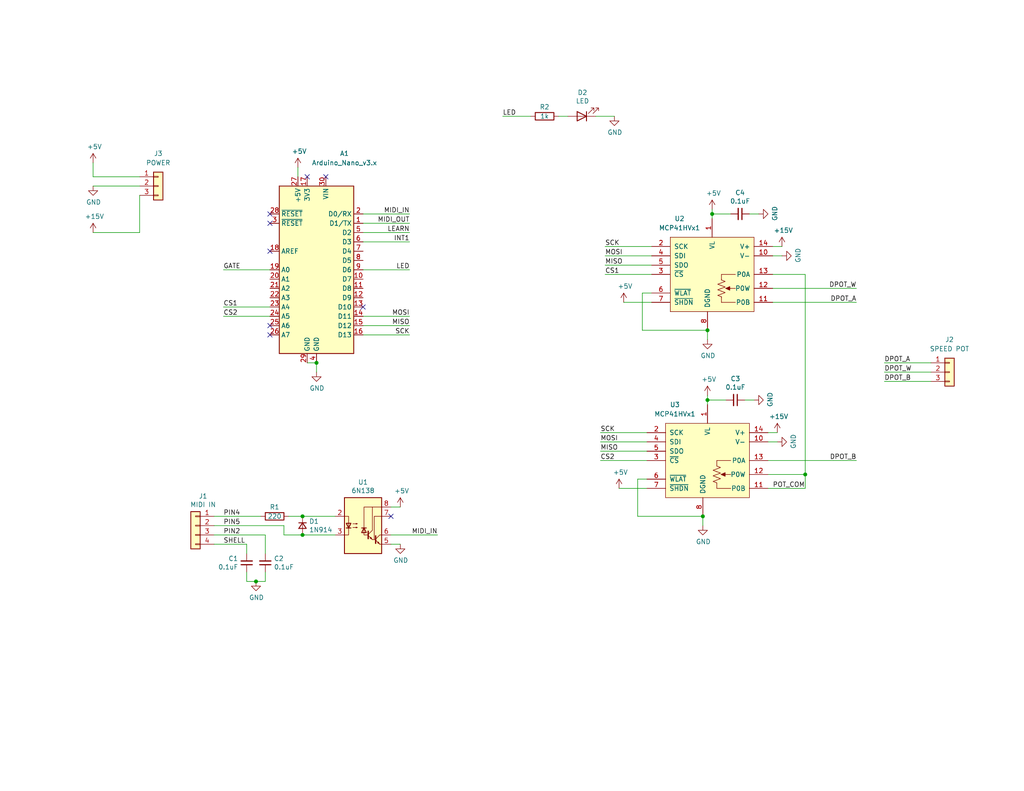
<source format=kicad_sch>
(kicad_sch (version 20211123) (generator eeschema)

  (uuid 87371631-aa02-498a-998a-09bdb74784c1)

  (paper "USLetter")

  (lib_symbols
    (symbol "Connector_Generic:Conn_01x03" (pin_names (offset 1.016) hide) (in_bom yes) (on_board yes)
      (property "Reference" "J" (id 0) (at 0 5.08 0)
        (effects (font (size 1.27 1.27)))
      )
      (property "Value" "Conn_01x03" (id 1) (at 0 -5.08 0)
        (effects (font (size 1.27 1.27)))
      )
      (property "Footprint" "" (id 2) (at 0 0 0)
        (effects (font (size 1.27 1.27)) hide)
      )
      (property "Datasheet" "~" (id 3) (at 0 0 0)
        (effects (font (size 1.27 1.27)) hide)
      )
      (property "ki_keywords" "connector" (id 4) (at 0 0 0)
        (effects (font (size 1.27 1.27)) hide)
      )
      (property "ki_description" "Generic connector, single row, 01x03, script generated (kicad-library-utils/schlib/autogen/connector/)" (id 5) (at 0 0 0)
        (effects (font (size 1.27 1.27)) hide)
      )
      (property "ki_fp_filters" "Connector*:*_1x??_*" (id 6) (at 0 0 0)
        (effects (font (size 1.27 1.27)) hide)
      )
      (symbol "Conn_01x03_1_1"
        (rectangle (start -1.27 -2.413) (end 0 -2.667)
          (stroke (width 0.1524) (type default) (color 0 0 0 0))
          (fill (type none))
        )
        (rectangle (start -1.27 0.127) (end 0 -0.127)
          (stroke (width 0.1524) (type default) (color 0 0 0 0))
          (fill (type none))
        )
        (rectangle (start -1.27 2.667) (end 0 2.413)
          (stroke (width 0.1524) (type default) (color 0 0 0 0))
          (fill (type none))
        )
        (rectangle (start -1.27 3.81) (end 1.27 -3.81)
          (stroke (width 0.254) (type default) (color 0 0 0 0))
          (fill (type background))
        )
        (pin passive line (at -5.08 2.54 0) (length 3.81)
          (name "Pin_1" (effects (font (size 1.27 1.27))))
          (number "1" (effects (font (size 1.27 1.27))))
        )
        (pin passive line (at -5.08 0 0) (length 3.81)
          (name "Pin_2" (effects (font (size 1.27 1.27))))
          (number "2" (effects (font (size 1.27 1.27))))
        )
        (pin passive line (at -5.08 -2.54 0) (length 3.81)
          (name "Pin_3" (effects (font (size 1.27 1.27))))
          (number "3" (effects (font (size 1.27 1.27))))
        )
      )
    )
    (symbol "Connector_Generic:Conn_01x04" (pin_names (offset 1.016) hide) (in_bom yes) (on_board yes)
      (property "Reference" "J" (id 0) (at 0 5.08 0)
        (effects (font (size 1.27 1.27)))
      )
      (property "Value" "Conn_01x04" (id 1) (at 0 -7.62 0)
        (effects (font (size 1.27 1.27)))
      )
      (property "Footprint" "" (id 2) (at 0 0 0)
        (effects (font (size 1.27 1.27)) hide)
      )
      (property "Datasheet" "~" (id 3) (at 0 0 0)
        (effects (font (size 1.27 1.27)) hide)
      )
      (property "ki_keywords" "connector" (id 4) (at 0 0 0)
        (effects (font (size 1.27 1.27)) hide)
      )
      (property "ki_description" "Generic connector, single row, 01x04, script generated (kicad-library-utils/schlib/autogen/connector/)" (id 5) (at 0 0 0)
        (effects (font (size 1.27 1.27)) hide)
      )
      (property "ki_fp_filters" "Connector*:*_1x??_*" (id 6) (at 0 0 0)
        (effects (font (size 1.27 1.27)) hide)
      )
      (symbol "Conn_01x04_1_1"
        (rectangle (start -1.27 -4.953) (end 0 -5.207)
          (stroke (width 0.1524) (type default) (color 0 0 0 0))
          (fill (type none))
        )
        (rectangle (start -1.27 -2.413) (end 0 -2.667)
          (stroke (width 0.1524) (type default) (color 0 0 0 0))
          (fill (type none))
        )
        (rectangle (start -1.27 0.127) (end 0 -0.127)
          (stroke (width 0.1524) (type default) (color 0 0 0 0))
          (fill (type none))
        )
        (rectangle (start -1.27 2.667) (end 0 2.413)
          (stroke (width 0.1524) (type default) (color 0 0 0 0))
          (fill (type none))
        )
        (rectangle (start -1.27 3.81) (end 1.27 -6.35)
          (stroke (width 0.254) (type default) (color 0 0 0 0))
          (fill (type background))
        )
        (pin passive line (at -5.08 2.54 0) (length 3.81)
          (name "Pin_1" (effects (font (size 1.27 1.27))))
          (number "1" (effects (font (size 1.27 1.27))))
        )
        (pin passive line (at -5.08 0 0) (length 3.81)
          (name "Pin_2" (effects (font (size 1.27 1.27))))
          (number "2" (effects (font (size 1.27 1.27))))
        )
        (pin passive line (at -5.08 -2.54 0) (length 3.81)
          (name "Pin_3" (effects (font (size 1.27 1.27))))
          (number "3" (effects (font (size 1.27 1.27))))
        )
        (pin passive line (at -5.08 -5.08 0) (length 3.81)
          (name "Pin_4" (effects (font (size 1.27 1.27))))
          (number "4" (effects (font (size 1.27 1.27))))
        )
      )
    )
    (symbol "Device:C_Small" (pin_numbers hide) (pin_names (offset 0.254) hide) (in_bom yes) (on_board yes)
      (property "Reference" "C" (id 0) (at 0.254 1.778 0)
        (effects (font (size 1.27 1.27)) (justify left))
      )
      (property "Value" "C_Small" (id 1) (at 0.254 -2.032 0)
        (effects (font (size 1.27 1.27)) (justify left))
      )
      (property "Footprint" "" (id 2) (at 0 0 0)
        (effects (font (size 1.27 1.27)) hide)
      )
      (property "Datasheet" "~" (id 3) (at 0 0 0)
        (effects (font (size 1.27 1.27)) hide)
      )
      (property "ki_keywords" "capacitor cap" (id 4) (at 0 0 0)
        (effects (font (size 1.27 1.27)) hide)
      )
      (property "ki_description" "Unpolarized capacitor, small symbol" (id 5) (at 0 0 0)
        (effects (font (size 1.27 1.27)) hide)
      )
      (property "ki_fp_filters" "C_*" (id 6) (at 0 0 0)
        (effects (font (size 1.27 1.27)) hide)
      )
      (symbol "C_Small_0_1"
        (polyline
          (pts
            (xy -1.524 -0.508)
            (xy 1.524 -0.508)
          )
          (stroke (width 0.3302) (type default) (color 0 0 0 0))
          (fill (type none))
        )
        (polyline
          (pts
            (xy -1.524 0.508)
            (xy 1.524 0.508)
          )
          (stroke (width 0.3048) (type default) (color 0 0 0 0))
          (fill (type none))
        )
      )
      (symbol "C_Small_1_1"
        (pin passive line (at 0 2.54 270) (length 2.032)
          (name "~" (effects (font (size 1.27 1.27))))
          (number "1" (effects (font (size 1.27 1.27))))
        )
        (pin passive line (at 0 -2.54 90) (length 2.032)
          (name "~" (effects (font (size 1.27 1.27))))
          (number "2" (effects (font (size 1.27 1.27))))
        )
      )
    )
    (symbol "Device:D_Small" (pin_numbers hide) (pin_names (offset 0.254) hide) (in_bom yes) (on_board yes)
      (property "Reference" "D" (id 0) (at -1.27 2.032 0)
        (effects (font (size 1.27 1.27)) (justify left))
      )
      (property "Value" "D_Small" (id 1) (at -3.81 -2.032 0)
        (effects (font (size 1.27 1.27)) (justify left))
      )
      (property "Footprint" "" (id 2) (at 0 0 90)
        (effects (font (size 1.27 1.27)) hide)
      )
      (property "Datasheet" "~" (id 3) (at 0 0 90)
        (effects (font (size 1.27 1.27)) hide)
      )
      (property "ki_keywords" "diode" (id 4) (at 0 0 0)
        (effects (font (size 1.27 1.27)) hide)
      )
      (property "ki_description" "Diode, small symbol" (id 5) (at 0 0 0)
        (effects (font (size 1.27 1.27)) hide)
      )
      (property "ki_fp_filters" "TO-???* *_Diode_* *SingleDiode* D_*" (id 6) (at 0 0 0)
        (effects (font (size 1.27 1.27)) hide)
      )
      (symbol "D_Small_0_1"
        (polyline
          (pts
            (xy -0.762 -1.016)
            (xy -0.762 1.016)
          )
          (stroke (width 0.254) (type default) (color 0 0 0 0))
          (fill (type none))
        )
        (polyline
          (pts
            (xy -0.762 0)
            (xy 0.762 0)
          )
          (stroke (width 0) (type default) (color 0 0 0 0))
          (fill (type none))
        )
        (polyline
          (pts
            (xy 0.762 -1.016)
            (xy -0.762 0)
            (xy 0.762 1.016)
            (xy 0.762 -1.016)
          )
          (stroke (width 0.254) (type default) (color 0 0 0 0))
          (fill (type none))
        )
      )
      (symbol "D_Small_1_1"
        (pin passive line (at -2.54 0 0) (length 1.778)
          (name "K" (effects (font (size 1.27 1.27))))
          (number "1" (effects (font (size 1.27 1.27))))
        )
        (pin passive line (at 2.54 0 180) (length 1.778)
          (name "A" (effects (font (size 1.27 1.27))))
          (number "2" (effects (font (size 1.27 1.27))))
        )
      )
    )
    (symbol "Device:LED" (pin_numbers hide) (pin_names (offset 1.016) hide) (in_bom yes) (on_board yes)
      (property "Reference" "D" (id 0) (at 0 2.54 0)
        (effects (font (size 1.27 1.27)))
      )
      (property "Value" "LED" (id 1) (at 0 -2.54 0)
        (effects (font (size 1.27 1.27)))
      )
      (property "Footprint" "" (id 2) (at 0 0 0)
        (effects (font (size 1.27 1.27)) hide)
      )
      (property "Datasheet" "~" (id 3) (at 0 0 0)
        (effects (font (size 1.27 1.27)) hide)
      )
      (property "ki_keywords" "LED diode" (id 4) (at 0 0 0)
        (effects (font (size 1.27 1.27)) hide)
      )
      (property "ki_description" "Light emitting diode" (id 5) (at 0 0 0)
        (effects (font (size 1.27 1.27)) hide)
      )
      (property "ki_fp_filters" "LED* LED_SMD:* LED_THT:*" (id 6) (at 0 0 0)
        (effects (font (size 1.27 1.27)) hide)
      )
      (symbol "LED_0_1"
        (polyline
          (pts
            (xy -1.27 -1.27)
            (xy -1.27 1.27)
          )
          (stroke (width 0.254) (type default) (color 0 0 0 0))
          (fill (type none))
        )
        (polyline
          (pts
            (xy -1.27 0)
            (xy 1.27 0)
          )
          (stroke (width 0) (type default) (color 0 0 0 0))
          (fill (type none))
        )
        (polyline
          (pts
            (xy 1.27 -1.27)
            (xy 1.27 1.27)
            (xy -1.27 0)
            (xy 1.27 -1.27)
          )
          (stroke (width 0.254) (type default) (color 0 0 0 0))
          (fill (type none))
        )
        (polyline
          (pts
            (xy -3.048 -0.762)
            (xy -4.572 -2.286)
            (xy -3.81 -2.286)
            (xy -4.572 -2.286)
            (xy -4.572 -1.524)
          )
          (stroke (width 0) (type default) (color 0 0 0 0))
          (fill (type none))
        )
        (polyline
          (pts
            (xy -1.778 -0.762)
            (xy -3.302 -2.286)
            (xy -2.54 -2.286)
            (xy -3.302 -2.286)
            (xy -3.302 -1.524)
          )
          (stroke (width 0) (type default) (color 0 0 0 0))
          (fill (type none))
        )
      )
      (symbol "LED_1_1"
        (pin passive line (at -3.81 0 0) (length 2.54)
          (name "K" (effects (font (size 1.27 1.27))))
          (number "1" (effects (font (size 1.27 1.27))))
        )
        (pin passive line (at 3.81 0 180) (length 2.54)
          (name "A" (effects (font (size 1.27 1.27))))
          (number "2" (effects (font (size 1.27 1.27))))
        )
      )
    )
    (symbol "Device:R" (pin_numbers hide) (pin_names (offset 0)) (in_bom yes) (on_board yes)
      (property "Reference" "R" (id 0) (at 2.032 0 90)
        (effects (font (size 1.27 1.27)))
      )
      (property "Value" "R" (id 1) (at 0 0 90)
        (effects (font (size 1.27 1.27)))
      )
      (property "Footprint" "" (id 2) (at -1.778 0 90)
        (effects (font (size 1.27 1.27)) hide)
      )
      (property "Datasheet" "~" (id 3) (at 0 0 0)
        (effects (font (size 1.27 1.27)) hide)
      )
      (property "ki_keywords" "R res resistor" (id 4) (at 0 0 0)
        (effects (font (size 1.27 1.27)) hide)
      )
      (property "ki_description" "Resistor" (id 5) (at 0 0 0)
        (effects (font (size 1.27 1.27)) hide)
      )
      (property "ki_fp_filters" "R_*" (id 6) (at 0 0 0)
        (effects (font (size 1.27 1.27)) hide)
      )
      (symbol "R_0_1"
        (rectangle (start -1.016 -2.54) (end 1.016 2.54)
          (stroke (width 0.254) (type default) (color 0 0 0 0))
          (fill (type none))
        )
      )
      (symbol "R_1_1"
        (pin passive line (at 0 3.81 270) (length 1.27)
          (name "~" (effects (font (size 1.27 1.27))))
          (number "1" (effects (font (size 1.27 1.27))))
        )
        (pin passive line (at 0 -3.81 90) (length 1.27)
          (name "~" (effects (font (size 1.27 1.27))))
          (number "2" (effects (font (size 1.27 1.27))))
        )
      )
    )
    (symbol "Isolator:6N138" (pin_names (offset 1.016) hide) (in_bom yes) (on_board yes)
      (property "Reference" "U" (id 0) (at -4.064 8.89 0)
        (effects (font (size 1.27 1.27)))
      )
      (property "Value" "6N138" (id 1) (at 2.286 8.89 0)
        (effects (font (size 1.27 1.27)))
      )
      (property "Footprint" "" (id 2) (at 7.366 -7.62 0)
        (effects (font (size 1.27 1.27)) hide)
      )
      (property "Datasheet" "http://www.onsemi.com/pub/Collateral/HCPL2731-D.pdf" (id 3) (at 7.366 -7.62 0)
        (effects (font (size 1.27 1.27)) hide)
      )
      (property "ki_keywords" "darlington optocoupler" (id 4) (at 0 0 0)
        (effects (font (size 1.27 1.27)) hide)
      )
      (property "ki_description" "Low Input Current high Gain Split Darlington Optocouplers, -0.5V to 7V VDD, DIP-8" (id 5) (at 0 0 0)
        (effects (font (size 1.27 1.27)) hide)
      )
      (property "ki_fp_filters" "DIP*W7.62mm* SMDIP*W9.53mm*" (id 6) (at 0 0 0)
        (effects (font (size 1.27 1.27)) hide)
      )
      (symbol "6N138_0_1"
        (rectangle (start -5.08 7.62) (end 5.08 -7.62)
          (stroke (width 0.254) (type default) (color 0 0 0 0))
          (fill (type background))
        )
        (polyline
          (pts
            (xy -4.572 -0.635)
            (xy -3.302 -0.635)
          )
          (stroke (width 0.254) (type default) (color 0 0 0 0))
          (fill (type none))
        )
        (polyline
          (pts
            (xy 0.889 -0.635)
            (xy -0.381 -0.635)
          )
          (stroke (width 0.254) (type default) (color 0 0 0 0))
          (fill (type none))
        )
        (polyline
          (pts
            (xy 1.397 -2.667)
            (xy 2.54 -3.81)
          )
          (stroke (width 0) (type default) (color 0 0 0 0))
          (fill (type none))
        )
        (polyline
          (pts
            (xy 1.397 -2.413)
            (xy 2.54 -1.27)
          )
          (stroke (width 0) (type default) (color 0 0 0 0))
          (fill (type none))
        )
        (polyline
          (pts
            (xy 2.54 -3.81)
            (xy 3.175 -3.81)
          )
          (stroke (width 0) (type default) (color 0 0 0 0))
          (fill (type none))
        )
        (polyline
          (pts
            (xy 3.429 -3.937)
            (xy 4.572 -5.08)
          )
          (stroke (width 0) (type default) (color 0 0 0 0))
          (fill (type none))
        )
        (polyline
          (pts
            (xy 3.429 -3.683)
            (xy 4.572 -2.54)
          )
          (stroke (width 0) (type default) (color 0 0 0 0))
          (fill (type none))
        )
        (polyline
          (pts
            (xy 4.572 -5.08)
            (xy 5.08 -5.08)
          )
          (stroke (width 0) (type default) (color 0 0 0 0))
          (fill (type none))
        )
        (polyline
          (pts
            (xy 4.572 -2.54)
            (xy 5.08 -2.54)
          )
          (stroke (width 0) (type default) (color 0 0 0 0))
          (fill (type none))
        )
        (polyline
          (pts
            (xy 1.397 -1.524)
            (xy 1.397 -3.556)
            (xy 1.397 -3.556)
          )
          (stroke (width 0.3556) (type default) (color 0 0 0 0))
          (fill (type none))
        )
        (polyline
          (pts
            (xy 2.54 -1.27)
            (xy 2.54 5.08)
            (xy 5.08 5.08)
          )
          (stroke (width 0) (type default) (color 0 0 0 0))
          (fill (type none))
        )
        (polyline
          (pts
            (xy 3.429 -2.794)
            (xy 3.429 -4.826)
            (xy 3.429 -4.826)
          )
          (stroke (width 0.3556) (type default) (color 0 0 0 0))
          (fill (type none))
        )
        (polyline
          (pts
            (xy 5.08 2.54)
            (xy 3.048 2.54)
            (xy 3.048 -3.81)
          )
          (stroke (width 0) (type default) (color 0 0 0 0))
          (fill (type none))
        )
        (polyline
          (pts
            (xy -5.08 -2.54)
            (xy -3.937 -2.54)
            (xy -3.937 2.54)
            (xy -5.08 2.54)
          )
          (stroke (width 0) (type default) (color 0 0 0 0))
          (fill (type none))
        )
        (polyline
          (pts
            (xy -3.937 -0.635)
            (xy -4.572 0.635)
            (xy -3.302 0.635)
            (xy -3.937 -0.635)
          )
          (stroke (width 0.254) (type default) (color 0 0 0 0))
          (fill (type none))
        )
        (polyline
          (pts
            (xy 0.254 -0.635)
            (xy 0.889 -1.905)
            (xy -0.381 -1.905)
            (xy 0.254 -0.635)
          )
          (stroke (width 0.254) (type default) (color 0 0 0 0))
          (fill (type none))
        )
        (polyline
          (pts
            (xy 1.27 -2.54)
            (xy 0.254 -2.54)
            (xy 0.254 5.08)
            (xy 2.54 5.08)
          )
          (stroke (width 0) (type default) (color 0 0 0 0))
          (fill (type none))
        )
        (polyline
          (pts
            (xy 2.413 -3.683)
            (xy 2.159 -3.175)
            (xy 1.905 -3.429)
            (xy 2.413 -3.683)
          )
          (stroke (width 0) (type default) (color 0 0 0 0))
          (fill (type none))
        )
        (polyline
          (pts
            (xy 4.445 -4.953)
            (xy 4.191 -4.445)
            (xy 3.937 -4.699)
            (xy 4.445 -4.953)
          )
          (stroke (width 0) (type default) (color 0 0 0 0))
          (fill (type none))
        )
        (polyline
          (pts
            (xy -2.794 -0.508)
            (xy -1.524 -0.508)
            (xy -1.905 -0.635)
            (xy -1.905 -0.381)
            (xy -1.524 -0.508)
          )
          (stroke (width 0) (type default) (color 0 0 0 0))
          (fill (type none))
        )
        (polyline
          (pts
            (xy -2.794 0.508)
            (xy -1.524 0.508)
            (xy -1.905 0.381)
            (xy -1.905 0.635)
            (xy -1.524 0.508)
          )
          (stroke (width 0) (type default) (color 0 0 0 0))
          (fill (type none))
        )
      )
      (symbol "6N138_1_1"
        (pin no_connect line (at -5.08 5.08 0) (length 2.54) hide
          (name "NC" (effects (font (size 1.27 1.27))))
          (number "1" (effects (font (size 1.27 1.27))))
        )
        (pin passive line (at -7.62 2.54 0) (length 2.54)
          (name "C1" (effects (font (size 1.27 1.27))))
          (number "2" (effects (font (size 1.27 1.27))))
        )
        (pin passive line (at -7.62 -2.54 0) (length 2.54)
          (name "C2" (effects (font (size 1.27 1.27))))
          (number "3" (effects (font (size 1.27 1.27))))
        )
        (pin no_connect line (at -5.08 -5.08 0) (length 2.54) hide
          (name "NC" (effects (font (size 1.27 1.27))))
          (number "4" (effects (font (size 1.27 1.27))))
        )
        (pin passive line (at 7.62 -5.08 180) (length 2.54)
          (name "GND" (effects (font (size 1.27 1.27))))
          (number "5" (effects (font (size 1.27 1.27))))
        )
        (pin passive line (at 7.62 -2.54 180) (length 2.54)
          (name "VO2" (effects (font (size 1.27 1.27))))
          (number "6" (effects (font (size 1.27 1.27))))
        )
        (pin passive line (at 7.62 2.54 180) (length 2.54)
          (name "VO1" (effects (font (size 1.27 1.27))))
          (number "7" (effects (font (size 1.27 1.27))))
        )
        (pin passive line (at 7.62 5.08 180) (length 2.54)
          (name "VCC" (effects (font (size 1.27 1.27))))
          (number "8" (effects (font (size 1.27 1.27))))
        )
      )
    )
    (symbol "midi_tape_deck:MCP41HVx1" (pin_names (offset 1.016)) (in_bom yes) (on_board yes)
      (property "Reference" "U" (id 0) (at 0 20.32 0)
        (effects (font (size 1.27 1.27)))
      )
      (property "Value" "MCP41HVx1" (id 1) (at 0 17.78 0)
        (effects (font (size 1.27 1.27)))
      )
      (property "Footprint" "" (id 2) (at -5.08 3.81 0)
        (effects (font (size 1.27 1.27)) hide)
      )
      (property "Datasheet" "" (id 3) (at -5.08 3.81 0)
        (effects (font (size 1.27 1.27)) hide)
      )
      (symbol "MCP41HVx1_0_1"
        (rectangle (start -11.43 11.43) (end 11.43 -8.89)
          (stroke (width 0) (type default) (color 0 0 0 0))
          (fill (type background))
        )
        (polyline
          (pts
            (xy 2.54 -6.35)
            (xy 6.35 -6.35)
          )
          (stroke (width 0) (type default) (color 0 0 0 0))
          (fill (type none))
        )
        (polyline
          (pts
            (xy 2.54 -5.08)
            (xy 2.54 -6.35)
          )
          (stroke (width 0) (type default) (color 0 0 0 0))
          (fill (type none))
        )
        (polyline
          (pts
            (xy 2.54 0)
            (xy 2.54 1.27)
          )
          (stroke (width 0) (type default) (color 0 0 0 0))
          (fill (type none))
        )
        (polyline
          (pts
            (xy 5.08 -2.54)
            (xy 6.35 -2.54)
          )
          (stroke (width 0) (type default) (color 0 0 0 0))
          (fill (type none))
        )
        (polyline
          (pts
            (xy 6.35 1.27)
            (xy 2.54 1.27)
          )
          (stroke (width 0) (type default) (color 0 0 0 0))
          (fill (type none))
        )
      )
      (symbol "MCP41HVx1_1_1"
        (polyline
          (pts
            (xy 2.54 -4.826)
            (xy 2.54 -5.08)
          )
          (stroke (width 0) (type default) (color 0 0 0 0))
          (fill (type none))
        )
        (polyline
          (pts
            (xy 2.54 0)
            (xy 2.54 -0.254)
          )
          (stroke (width 0) (type default) (color 0 0 0 0))
          (fill (type none))
        )
        (polyline
          (pts
            (xy 5.08 -2.54)
            (xy 4.064 -2.54)
          )
          (stroke (width 0) (type default) (color 0 0 0 0))
          (fill (type none))
        )
        (polyline
          (pts
            (xy 3.683 -2.54)
            (xy 4.826 -2.032)
            (xy 4.826 -3.048)
            (xy 3.683 -2.54)
          )
          (stroke (width 0) (type default) (color 0 0 0 0))
          (fill (type outline))
        )
        (polyline
          (pts
            (xy 2.54 -3.302)
            (xy 3.556 -3.683)
            (xy 2.54 -4.064)
            (xy 1.524 -4.445)
            (xy 2.54 -4.826)
          )
          (stroke (width 0) (type default) (color 0 0 0 0))
          (fill (type none))
        )
        (polyline
          (pts
            (xy 2.54 -1.778)
            (xy 3.556 -2.159)
            (xy 2.54 -2.54)
            (xy 1.524 -2.921)
            (xy 2.54 -3.302)
          )
          (stroke (width 0) (type default) (color 0 0 0 0))
          (fill (type none))
        )
        (polyline
          (pts
            (xy 2.54 -0.254)
            (xy 3.556 -0.635)
            (xy 2.54 -1.016)
            (xy 1.524 -1.397)
            (xy 2.54 -1.778)
          )
          (stroke (width 0) (type default) (color 0 0 0 0))
          (fill (type none))
        )
        (pin passive line (at 0 16.51 270) (length 5.08)
          (name "VL" (effects (font (size 1.27 1.27))))
          (number "1" (effects (font (size 1.27 1.27))))
        )
        (pin passive line (at 16.51 6.35 180) (length 5.08)
          (name "V-" (effects (font (size 1.27 1.27))))
          (number "10" (effects (font (size 1.27 1.27))))
        )
        (pin passive line (at 16.51 -6.35 180) (length 5.08)
          (name "P0B" (effects (font (size 1.27 1.27))))
          (number "11" (effects (font (size 1.27 1.27))))
        )
        (pin passive line (at 16.51 -2.54 180) (length 5.08)
          (name "P0W" (effects (font (size 1.27 1.27))))
          (number "12" (effects (font (size 1.27 1.27))))
        )
        (pin passive line (at 16.51 1.27 180) (length 5.08)
          (name "P0A" (effects (font (size 1.27 1.27))))
          (number "13" (effects (font (size 1.27 1.27))))
        )
        (pin passive line (at 16.51 8.89 180) (length 5.08)
          (name "V+" (effects (font (size 1.27 1.27))))
          (number "14" (effects (font (size 1.27 1.27))))
        )
        (pin input line (at -16.51 8.89 0) (length 5.08)
          (name "SCK" (effects (font (size 1.27 1.27))))
          (number "2" (effects (font (size 1.27 1.27))))
        )
        (pin input line (at -16.51 1.27 0) (length 5.08)
          (name "~{CS}" (effects (font (size 1.27 1.27))))
          (number "3" (effects (font (size 1.27 1.27))))
        )
        (pin input line (at -16.51 6.35 0) (length 5.08)
          (name "SDI" (effects (font (size 1.27 1.27))))
          (number "4" (effects (font (size 1.27 1.27))))
        )
        (pin output line (at -16.51 3.81 0) (length 5.08)
          (name "SDO" (effects (font (size 1.27 1.27))))
          (number "5" (effects (font (size 1.27 1.27))))
        )
        (pin input line (at -16.51 -3.81 0) (length 5.08)
          (name "~{WLAT}" (effects (font (size 1.27 1.27))))
          (number "6" (effects (font (size 1.27 1.27))))
        )
        (pin input line (at -16.51 -6.35 0) (length 5.08)
          (name "~{SHDN}" (effects (font (size 1.27 1.27))))
          (number "7" (effects (font (size 1.27 1.27))))
        )
        (pin passive line (at -1.27 -13.97 90) (length 5.08)
          (name "DGND" (effects (font (size 1.27 1.27))))
          (number "8" (effects (font (size 1.27 1.27))))
        )
        (pin passive line (at -1.27 -13.97 90) (length 5.08) hide
          (name "NC" (effects (font (size 1.27 1.27))))
          (number "9" (effects (font (size 1.27 1.27))))
        )
      )
    )
    (symbol "power:+15V" (power) (pin_names (offset 0)) (in_bom yes) (on_board yes)
      (property "Reference" "#PWR" (id 0) (at 0 -3.81 0)
        (effects (font (size 1.27 1.27)) hide)
      )
      (property "Value" "+15V" (id 1) (at 0 3.556 0)
        (effects (font (size 1.27 1.27)))
      )
      (property "Footprint" "" (id 2) (at 0 0 0)
        (effects (font (size 1.27 1.27)) hide)
      )
      (property "Datasheet" "" (id 3) (at 0 0 0)
        (effects (font (size 1.27 1.27)) hide)
      )
      (property "ki_keywords" "power-flag" (id 4) (at 0 0 0)
        (effects (font (size 1.27 1.27)) hide)
      )
      (property "ki_description" "Power symbol creates a global label with name \"+15V\"" (id 5) (at 0 0 0)
        (effects (font (size 1.27 1.27)) hide)
      )
      (symbol "+15V_0_1"
        (polyline
          (pts
            (xy -0.762 1.27)
            (xy 0 2.54)
          )
          (stroke (width 0) (type default) (color 0 0 0 0))
          (fill (type none))
        )
        (polyline
          (pts
            (xy 0 0)
            (xy 0 2.54)
          )
          (stroke (width 0) (type default) (color 0 0 0 0))
          (fill (type none))
        )
        (polyline
          (pts
            (xy 0 2.54)
            (xy 0.762 1.27)
          )
          (stroke (width 0) (type default) (color 0 0 0 0))
          (fill (type none))
        )
      )
      (symbol "+15V_1_1"
        (pin power_in line (at 0 0 90) (length 0) hide
          (name "+15V" (effects (font (size 1.27 1.27))))
          (number "1" (effects (font (size 1.27 1.27))))
        )
      )
    )
    (symbol "power:+5V" (power) (pin_names (offset 0)) (in_bom yes) (on_board yes)
      (property "Reference" "#PWR" (id 0) (at 0 -3.81 0)
        (effects (font (size 1.27 1.27)) hide)
      )
      (property "Value" "+5V" (id 1) (at 0 3.556 0)
        (effects (font (size 1.27 1.27)))
      )
      (property "Footprint" "" (id 2) (at 0 0 0)
        (effects (font (size 1.27 1.27)) hide)
      )
      (property "Datasheet" "" (id 3) (at 0 0 0)
        (effects (font (size 1.27 1.27)) hide)
      )
      (property "ki_keywords" "power-flag" (id 4) (at 0 0 0)
        (effects (font (size 1.27 1.27)) hide)
      )
      (property "ki_description" "Power symbol creates a global label with name \"+5V\"" (id 5) (at 0 0 0)
        (effects (font (size 1.27 1.27)) hide)
      )
      (symbol "+5V_0_1"
        (polyline
          (pts
            (xy -0.762 1.27)
            (xy 0 2.54)
          )
          (stroke (width 0) (type default) (color 0 0 0 0))
          (fill (type none))
        )
        (polyline
          (pts
            (xy 0 0)
            (xy 0 2.54)
          )
          (stroke (width 0) (type default) (color 0 0 0 0))
          (fill (type none))
        )
        (polyline
          (pts
            (xy 0 2.54)
            (xy 0.762 1.27)
          )
          (stroke (width 0) (type default) (color 0 0 0 0))
          (fill (type none))
        )
      )
      (symbol "+5V_1_1"
        (pin power_in line (at 0 0 90) (length 0) hide
          (name "+5V" (effects (font (size 1.27 1.27))))
          (number "1" (effects (font (size 1.27 1.27))))
        )
      )
    )
    (symbol "power:GND" (power) (pin_names (offset 0)) (in_bom yes) (on_board yes)
      (property "Reference" "#PWR" (id 0) (at 0 -6.35 0)
        (effects (font (size 1.27 1.27)) hide)
      )
      (property "Value" "GND" (id 1) (at 0 -3.81 0)
        (effects (font (size 1.27 1.27)))
      )
      (property "Footprint" "" (id 2) (at 0 0 0)
        (effects (font (size 1.27 1.27)) hide)
      )
      (property "Datasheet" "" (id 3) (at 0 0 0)
        (effects (font (size 1.27 1.27)) hide)
      )
      (property "ki_keywords" "power-flag" (id 4) (at 0 0 0)
        (effects (font (size 1.27 1.27)) hide)
      )
      (property "ki_description" "Power symbol creates a global label with name \"GND\" , ground" (id 5) (at 0 0 0)
        (effects (font (size 1.27 1.27)) hide)
      )
      (symbol "GND_0_1"
        (polyline
          (pts
            (xy 0 0)
            (xy 0 -1.27)
            (xy 1.27 -1.27)
            (xy 0 -2.54)
            (xy -1.27 -1.27)
            (xy 0 -1.27)
          )
          (stroke (width 0) (type default) (color 0 0 0 0))
          (fill (type none))
        )
      )
      (symbol "GND_1_1"
        (pin power_in line (at 0 0 270) (length 0) hide
          (name "GND" (effects (font (size 1.27 1.27))))
          (number "1" (effects (font (size 1.27 1.27))))
        )
      )
    )
    (symbol "tape_deck_circuit-rescue:Arduino_Nano_v3.x-MCU_Module" (in_bom yes) (on_board yes)
      (property "Reference" "A" (id 0) (at -10.16 23.495 0)
        (effects (font (size 1.27 1.27)) (justify left bottom))
      )
      (property "Value" "Arduino_Nano_v3.x-MCU_Module" (id 1) (at 5.08 -24.13 0)
        (effects (font (size 1.27 1.27)) (justify left top))
      )
      (property "Footprint" "Module:Arduino_Nano" (id 2) (at 0 0 0)
        (effects (font (size 1.27 1.27) italic) hide)
      )
      (property "Datasheet" "" (id 3) (at 0 0 0)
        (effects (font (size 1.27 1.27)) hide)
      )
      (property "ki_fp_filters" "Arduino*Nano*" (id 4) (at 0 0 0)
        (effects (font (size 1.27 1.27)) hide)
      )
      (symbol "Arduino_Nano_v3.x-MCU_Module_0_1"
        (rectangle (start -10.16 22.86) (end 10.16 -22.86)
          (stroke (width 0.254) (type default) (color 0 0 0 0))
          (fill (type background))
        )
      )
      (symbol "Arduino_Nano_v3.x-MCU_Module_1_1"
        (pin bidirectional line (at -12.7 12.7 0) (length 2.54)
          (name "D1/TX" (effects (font (size 1.27 1.27))))
          (number "1" (effects (font (size 1.27 1.27))))
        )
        (pin bidirectional line (at -12.7 -2.54 0) (length 2.54)
          (name "D7" (effects (font (size 1.27 1.27))))
          (number "10" (effects (font (size 1.27 1.27))))
        )
        (pin bidirectional line (at -12.7 -5.08 0) (length 2.54)
          (name "D8" (effects (font (size 1.27 1.27))))
          (number "11" (effects (font (size 1.27 1.27))))
        )
        (pin bidirectional line (at -12.7 -7.62 0) (length 2.54)
          (name "D9" (effects (font (size 1.27 1.27))))
          (number "12" (effects (font (size 1.27 1.27))))
        )
        (pin bidirectional line (at -12.7 -10.16 0) (length 2.54)
          (name "D10" (effects (font (size 1.27 1.27))))
          (number "13" (effects (font (size 1.27 1.27))))
        )
        (pin bidirectional line (at -12.7 -12.7 0) (length 2.54)
          (name "D11" (effects (font (size 1.27 1.27))))
          (number "14" (effects (font (size 1.27 1.27))))
        )
        (pin bidirectional line (at -12.7 -15.24 0) (length 2.54)
          (name "D12" (effects (font (size 1.27 1.27))))
          (number "15" (effects (font (size 1.27 1.27))))
        )
        (pin bidirectional line (at -12.7 -17.78 0) (length 2.54)
          (name "D13" (effects (font (size 1.27 1.27))))
          (number "16" (effects (font (size 1.27 1.27))))
        )
        (pin power_out line (at 2.54 25.4 270) (length 2.54)
          (name "3V3" (effects (font (size 1.27 1.27))))
          (number "17" (effects (font (size 1.27 1.27))))
        )
        (pin input line (at 12.7 5.08 180) (length 2.54)
          (name "AREF" (effects (font (size 1.27 1.27))))
          (number "18" (effects (font (size 1.27 1.27))))
        )
        (pin bidirectional line (at 12.7 0 180) (length 2.54)
          (name "A0" (effects (font (size 1.27 1.27))))
          (number "19" (effects (font (size 1.27 1.27))))
        )
        (pin bidirectional line (at -12.7 15.24 0) (length 2.54)
          (name "D0/RX" (effects (font (size 1.27 1.27))))
          (number "2" (effects (font (size 1.27 1.27))))
        )
        (pin bidirectional line (at 12.7 -2.54 180) (length 2.54)
          (name "A1" (effects (font (size 1.27 1.27))))
          (number "20" (effects (font (size 1.27 1.27))))
        )
        (pin bidirectional line (at 12.7 -5.08 180) (length 2.54)
          (name "A2" (effects (font (size 1.27 1.27))))
          (number "21" (effects (font (size 1.27 1.27))))
        )
        (pin bidirectional line (at 12.7 -7.62 180) (length 2.54)
          (name "A3" (effects (font (size 1.27 1.27))))
          (number "22" (effects (font (size 1.27 1.27))))
        )
        (pin bidirectional line (at 12.7 -10.16 180) (length 2.54)
          (name "A4" (effects (font (size 1.27 1.27))))
          (number "23" (effects (font (size 1.27 1.27))))
        )
        (pin bidirectional line (at 12.7 -12.7 180) (length 2.54)
          (name "A5" (effects (font (size 1.27 1.27))))
          (number "24" (effects (font (size 1.27 1.27))))
        )
        (pin bidirectional line (at 12.7 -15.24 180) (length 2.54)
          (name "A6" (effects (font (size 1.27 1.27))))
          (number "25" (effects (font (size 1.27 1.27))))
        )
        (pin bidirectional line (at 12.7 -17.78 180) (length 2.54)
          (name "A7" (effects (font (size 1.27 1.27))))
          (number "26" (effects (font (size 1.27 1.27))))
        )
        (pin power_out line (at 5.08 25.4 270) (length 2.54)
          (name "+5V" (effects (font (size 1.27 1.27))))
          (number "27" (effects (font (size 1.27 1.27))))
        )
        (pin input line (at 12.7 15.24 180) (length 2.54)
          (name "~{RESET}" (effects (font (size 1.27 1.27))))
          (number "28" (effects (font (size 1.27 1.27))))
        )
        (pin power_in line (at 2.54 -25.4 90) (length 2.54)
          (name "GND" (effects (font (size 1.27 1.27))))
          (number "29" (effects (font (size 1.27 1.27))))
        )
        (pin input line (at 12.7 12.7 180) (length 2.54)
          (name "~{RESET}" (effects (font (size 1.27 1.27))))
          (number "3" (effects (font (size 1.27 1.27))))
        )
        (pin power_in line (at -2.54 25.4 270) (length 2.54)
          (name "VIN" (effects (font (size 1.27 1.27))))
          (number "30" (effects (font (size 1.27 1.27))))
        )
        (pin power_in line (at 0 -25.4 90) (length 2.54)
          (name "GND" (effects (font (size 1.27 1.27))))
          (number "4" (effects (font (size 1.27 1.27))))
        )
        (pin bidirectional line (at -12.7 10.16 0) (length 2.54)
          (name "D2" (effects (font (size 1.27 1.27))))
          (number "5" (effects (font (size 1.27 1.27))))
        )
        (pin bidirectional line (at -12.7 7.62 0) (length 2.54)
          (name "D3" (effects (font (size 1.27 1.27))))
          (number "6" (effects (font (size 1.27 1.27))))
        )
        (pin bidirectional line (at -12.7 5.08 0) (length 2.54)
          (name "D4" (effects (font (size 1.27 1.27))))
          (number "7" (effects (font (size 1.27 1.27))))
        )
        (pin bidirectional line (at -12.7 2.54 0) (length 2.54)
          (name "D5" (effects (font (size 1.27 1.27))))
          (number "8" (effects (font (size 1.27 1.27))))
        )
        (pin bidirectional line (at -12.7 0 0) (length 2.54)
          (name "D6" (effects (font (size 1.27 1.27))))
          (number "9" (effects (font (size 1.27 1.27))))
        )
      )
    )
  )

  (junction (at 86.36 99.06) (diameter 0) (color 0 0 0 0)
    (uuid 03c52831-5dc5-43c5-a442-8d23643b46fb)
  )
  (junction (at 82.55 146.05) (diameter 0) (color 0 0 0 0)
    (uuid 0c3dceba-7c95-4b3d-b590-0eb581444beb)
  )
  (junction (at 191.77 140.97) (diameter 0) (color 0 0 0 0)
    (uuid 644ae9fc-3c8e-4089-866e-a12bf371c3e9)
  )
  (junction (at 193.04 90.17) (diameter 0) (color 0 0 0 0)
    (uuid 97fe9c60-586f-4895-8504-4d3729f5f81a)
  )
  (junction (at 194.31 58.42) (diameter 0) (color 0 0 0 0)
    (uuid a4f86a46-3bc8-4daa-9125-a63f297eb114)
  )
  (junction (at 69.85 158.75) (diameter 0) (color 0 0 0 0)
    (uuid b1c649b1-f44d-46c7-9dea-818e75a1b87e)
  )
  (junction (at 82.55 140.97) (diameter 0) (color 0 0 0 0)
    (uuid b96fe6ac-3535-4455-ab88-ed77f5e46d6e)
  )
  (junction (at 219.71 129.54) (diameter 0) (color 0 0 0 0)
    (uuid bd9595a1-04f3-4fda-8f1b-e65ad874edd3)
  )
  (junction (at 193.04 109.22) (diameter 0) (color 0 0 0 0)
    (uuid ec5c2062-3a41-4636-8803-069e60a1641a)
  )

  (no_connect (at 88.9 48.26) (uuid 29e78086-2175-405e-9ba3-c48766d2f50c))
  (no_connect (at 73.66 91.44) (uuid 2d210a96-f81f-42a9-8bf4-1b43c11086f3))
  (no_connect (at 73.66 60.96) (uuid 4c8eb964-bdf4-44de-90e9-e2ab82dd5313))
  (no_connect (at 99.06 83.82) (uuid 75ffc65c-7132-4411-9f2a-ae0c73d79338))
  (no_connect (at 73.66 58.42) (uuid 94a873dc-af67-4ef9-8159-1f7c93eeb3d7))
  (no_connect (at 73.66 88.9) (uuid 9bb20359-0f8b-45bc-9d38-6626ed3a939d))
  (no_connect (at 83.82 48.26) (uuid a1823eb2-fb0d-4ed8-8b96-04184ac3a9d5))
  (no_connect (at 73.66 68.58) (uuid aa14c3bd-4acc-4908-9d28-228585a22a9d))
  (no_connect (at 106.68 140.97) (uuid df68c26a-03b5-4466-aecf-ba34b7dce6b7))

  (wire (pts (xy 58.42 146.05) (xy 72.39 146.05))
    (stroke (width 0) (type default) (color 0 0 0 0))
    (uuid 01e9b6e7-adf9-4ee7-9447-a588630ee4a2)
  )
  (wire (pts (xy 165.1 74.93) (xy 177.8 74.93))
    (stroke (width 0) (type default) (color 0 0 0 0))
    (uuid 0325ec43-0390-4ae2-b055-b1ec6ce17b1c)
  )
  (wire (pts (xy 163.83 125.73) (xy 176.53 125.73))
    (stroke (width 0) (type default) (color 0 0 0 0))
    (uuid 057af6bb-cf6f-4bfb-b0c0-2e92a2c09a47)
  )
  (wire (pts (xy 177.8 69.85) (xy 165.1 69.85))
    (stroke (width 0) (type default) (color 0 0 0 0))
    (uuid 0e1ed1c5-7428-4dc7-b76e-49b2d5f8177d)
  )
  (wire (pts (xy 176.53 120.65) (xy 163.83 120.65))
    (stroke (width 0) (type default) (color 0 0 0 0))
    (uuid 0e8f7fc0-2ef2-4b90-9c15-8a3a601ee459)
  )
  (wire (pts (xy 165.1 67.31) (xy 177.8 67.31))
    (stroke (width 0) (type default) (color 0 0 0 0))
    (uuid 14c51520-6d91-4098-a59a-5121f2a898f7)
  )
  (wire (pts (xy 191.77 143.51) (xy 191.77 140.97))
    (stroke (width 0) (type default) (color 0 0 0 0))
    (uuid 1e518c2a-4cb7-4599-a1fa-5b9f847da7d3)
  )
  (wire (pts (xy 205.74 109.22) (xy 203.2 109.22))
    (stroke (width 0) (type default) (color 0 0 0 0))
    (uuid 20c315f4-1e4f-49aa-8d61-778a7389df7e)
  )
  (wire (pts (xy 194.31 58.42) (xy 194.31 59.69))
    (stroke (width 0) (type default) (color 0 0 0 0))
    (uuid 22999e73-da32-43a5-9163-4b3a41614f25)
  )
  (wire (pts (xy 241.3 99.06) (xy 254 99.06))
    (stroke (width 0) (type default) (color 0 0 0 0))
    (uuid 262f1ea9-0133-4b43-be36-456207ea857c)
  )
  (wire (pts (xy 167.64 31.75) (xy 162.56 31.75))
    (stroke (width 0) (type default) (color 0 0 0 0))
    (uuid 275aa44a-b61f-489f-9e2a-819a0fe0d1eb)
  )
  (wire (pts (xy 173.99 130.81) (xy 173.99 140.97))
    (stroke (width 0) (type default) (color 0 0 0 0))
    (uuid 27d56953-c620-4d5b-9c1c-e48bc3d9684a)
  )
  (wire (pts (xy 111.76 88.9) (xy 99.06 88.9))
    (stroke (width 0) (type default) (color 0 0 0 0))
    (uuid 2d697cf0-e02e-4ed1-a048-a704dab0ee43)
  )
  (wire (pts (xy 213.36 67.31) (xy 210.82 67.31))
    (stroke (width 0) (type default) (color 0 0 0 0))
    (uuid 2d6db888-4e40-41c8-b701-07170fc894bc)
  )
  (wire (pts (xy 207.01 58.42) (xy 204.47 58.42))
    (stroke (width 0) (type default) (color 0 0 0 0))
    (uuid 2f215f15-3d52-4c91-93e6-3ea03a95622f)
  )
  (wire (pts (xy 175.26 80.01) (xy 175.26 90.17))
    (stroke (width 0) (type default) (color 0 0 0 0))
    (uuid 37e8181c-a81e-498b-b2e2-0aef0c391059)
  )
  (wire (pts (xy 163.83 123.19) (xy 176.53 123.19))
    (stroke (width 0) (type default) (color 0 0 0 0))
    (uuid 382ca670-6ae8-4de6-90f9-f241d1337171)
  )
  (wire (pts (xy 111.76 58.42) (xy 99.06 58.42))
    (stroke (width 0) (type default) (color 0 0 0 0))
    (uuid 3a7648d8-121a-4921-9b92-9b35b76ce39b)
  )
  (wire (pts (xy 175.26 90.17) (xy 193.04 90.17))
    (stroke (width 0) (type default) (color 0 0 0 0))
    (uuid 3aaee4c4-dbf7-49a5-a620-9465d8cc3ae7)
  )
  (wire (pts (xy 83.82 99.06) (xy 86.36 99.06))
    (stroke (width 0) (type default) (color 0 0 0 0))
    (uuid 3cd1bda0-18db-417d-b581-a0c50623df68)
  )
  (wire (pts (xy 111.76 60.96) (xy 99.06 60.96))
    (stroke (width 0) (type default) (color 0 0 0 0))
    (uuid 3e903008-0276-4a73-8edb-5d9dfde6297c)
  )
  (wire (pts (xy 109.22 138.43) (xy 106.68 138.43))
    (stroke (width 0) (type default) (color 0 0 0 0))
    (uuid 40976bf0-19de-460f-ad64-224d4f51e16b)
  )
  (wire (pts (xy 60.96 86.36) (xy 73.66 86.36))
    (stroke (width 0) (type default) (color 0 0 0 0))
    (uuid 40b14a16-fb82-4b9d-89dd-55cd98abb5cc)
  )
  (wire (pts (xy 193.04 107.95) (xy 193.04 109.22))
    (stroke (width 0) (type default) (color 0 0 0 0))
    (uuid 576c6616-e95d-4f1e-8ead-dea30fcdc8c2)
  )
  (wire (pts (xy 137.16 31.75) (xy 144.78 31.75))
    (stroke (width 0) (type default) (color 0 0 0 0))
    (uuid 57c0c267-8bf9-4cc7-b734-d71a239ac313)
  )
  (wire (pts (xy 152.4 31.75) (xy 154.94 31.75))
    (stroke (width 0) (type default) (color 0 0 0 0))
    (uuid 5ca4be1c-537e-4a4a-b344-d0c8ffde8546)
  )
  (wire (pts (xy 241.3 101.6) (xy 254 101.6))
    (stroke (width 0) (type default) (color 0 0 0 0))
    (uuid 5edcefbe-9766-42c8-9529-28d0ec865573)
  )
  (wire (pts (xy 73.66 83.82) (xy 60.96 83.82))
    (stroke (width 0) (type default) (color 0 0 0 0))
    (uuid 6475547d-3216-45a4-a15c-48314f1dd0f9)
  )
  (wire (pts (xy 58.42 148.59) (xy 67.31 148.59))
    (stroke (width 0) (type default) (color 0 0 0 0))
    (uuid 6595b9c7-02ee-4647-bde5-6b566e35163e)
  )
  (wire (pts (xy 209.55 120.65) (xy 212.09 120.65))
    (stroke (width 0) (type default) (color 0 0 0 0))
    (uuid 6781326c-6e0d-4753-8f28-0f5c687e01f9)
  )
  (wire (pts (xy 78.74 140.97) (xy 82.55 140.97))
    (stroke (width 0) (type default) (color 0 0 0 0))
    (uuid 68877d35-b796-44db-9124-b8e744e7412e)
  )
  (wire (pts (xy 111.76 66.04) (xy 99.06 66.04))
    (stroke (width 0) (type default) (color 0 0 0 0))
    (uuid 6bfe5804-2ef9-4c65-b2a7-f01e4014370a)
  )
  (wire (pts (xy 111.76 91.44) (xy 99.06 91.44))
    (stroke (width 0) (type default) (color 0 0 0 0))
    (uuid 6c2e273e-743c-4f1e-a647-4171f8122550)
  )
  (wire (pts (xy 77.47 143.51) (xy 77.47 146.05))
    (stroke (width 0) (type default) (color 0 0 0 0))
    (uuid 730b670c-9bcf-4dcd-9a8d-fcaa61fb0955)
  )
  (wire (pts (xy 67.31 156.21) (xy 67.31 158.75))
    (stroke (width 0) (type default) (color 0 0 0 0))
    (uuid 770ad51a-7219-4633-b24a-bd20feb0a6c5)
  )
  (wire (pts (xy 194.31 57.15) (xy 194.31 58.42))
    (stroke (width 0) (type default) (color 0 0 0 0))
    (uuid 7b044939-8c4d-444f-b9e0-a15fcdeb5a86)
  )
  (wire (pts (xy 210.82 69.85) (xy 213.36 69.85))
    (stroke (width 0) (type default) (color 0 0 0 0))
    (uuid 7bbf981c-a063-4e30-8911-e4228e1c0743)
  )
  (wire (pts (xy 67.31 148.59) (xy 67.31 151.13))
    (stroke (width 0) (type default) (color 0 0 0 0))
    (uuid 7d928d56-093a-4ca8-aed1-414b7e703b45)
  )
  (wire (pts (xy 198.12 109.22) (xy 193.04 109.22))
    (stroke (width 0) (type default) (color 0 0 0 0))
    (uuid 7e0a03ae-d054-4f76-a131-5c09b8dc1636)
  )
  (wire (pts (xy 193.04 109.22) (xy 193.04 110.49))
    (stroke (width 0) (type default) (color 0 0 0 0))
    (uuid 81a15393-727e-448b-a777-b18773023d89)
  )
  (wire (pts (xy 38.1 63.5) (xy 25.4 63.5))
    (stroke (width 0) (type default) (color 0 0 0 0))
    (uuid 88668202-3f0b-4d07-84d4-dcd790f57272)
  )
  (wire (pts (xy 58.42 143.51) (xy 77.47 143.51))
    (stroke (width 0) (type default) (color 0 0 0 0))
    (uuid 8a650ebf-3f78-4ca4-a26b-a5028693e36d)
  )
  (wire (pts (xy 106.68 148.59) (xy 109.22 148.59))
    (stroke (width 0) (type default) (color 0 0 0 0))
    (uuid 8c514922-ffe1-4e37-a260-e807409f2e0d)
  )
  (wire (pts (xy 199.39 58.42) (xy 194.31 58.42))
    (stroke (width 0) (type default) (color 0 0 0 0))
    (uuid 8da933a9-35f8-42e6-8504-d1bab7264306)
  )
  (wire (pts (xy 91.44 146.05) (xy 82.55 146.05))
    (stroke (width 0) (type default) (color 0 0 0 0))
    (uuid 911bdcbe-493f-4e21-a506-7cbc636e2c17)
  )
  (wire (pts (xy 111.76 86.36) (xy 99.06 86.36))
    (stroke (width 0) (type default) (color 0 0 0 0))
    (uuid 9157f4ae-0244-4ff1-9f73-3cb4cbb5f280)
  )
  (wire (pts (xy 176.53 130.81) (xy 173.99 130.81))
    (stroke (width 0) (type default) (color 0 0 0 0))
    (uuid 9193c41e-d425-447d-b95c-6986d66ea01c)
  )
  (wire (pts (xy 72.39 158.75) (xy 69.85 158.75))
    (stroke (width 0) (type default) (color 0 0 0 0))
    (uuid 965308c8-e014-459a-b9db-b8493a601c62)
  )
  (wire (pts (xy 82.55 140.97) (xy 91.44 140.97))
    (stroke (width 0) (type default) (color 0 0 0 0))
    (uuid 9f8381e9-3077-4453-a480-a01ad9c1a940)
  )
  (wire (pts (xy 170.18 82.55) (xy 177.8 82.55))
    (stroke (width 0) (type default) (color 0 0 0 0))
    (uuid aa2ea573-3f20-43c1-aa99-1f9c6031a9aa)
  )
  (wire (pts (xy 77.47 146.05) (xy 82.55 146.05))
    (stroke (width 0) (type default) (color 0 0 0 0))
    (uuid abe07c9a-17c3-43b5-b7a6-ae867ac27ea7)
  )
  (wire (pts (xy 163.83 118.11) (xy 176.53 118.11))
    (stroke (width 0) (type default) (color 0 0 0 0))
    (uuid b0906e10-2fbc-4309-a8b4-6fc4cd1a5490)
  )
  (wire (pts (xy 73.66 73.66) (xy 60.96 73.66))
    (stroke (width 0) (type default) (color 0 0 0 0))
    (uuid b447dbb1-d38e-4a15-93cb-12c25382ea53)
  )
  (wire (pts (xy 72.39 156.21) (xy 72.39 158.75))
    (stroke (width 0) (type default) (color 0 0 0 0))
    (uuid b7199d9b-bebb-4100-9ad3-c2bd31e21d65)
  )
  (wire (pts (xy 193.04 92.71) (xy 193.04 90.17))
    (stroke (width 0) (type default) (color 0 0 0 0))
    (uuid bdc7face-9f7c-4701-80bb-4cc144448db1)
  )
  (wire (pts (xy 209.55 133.35) (xy 219.71 133.35))
    (stroke (width 0) (type default) (color 0 0 0 0))
    (uuid be645d0f-8568-47a0-a152-e3ddd33563eb)
  )
  (wire (pts (xy 111.76 63.5) (xy 99.06 63.5))
    (stroke (width 0) (type default) (color 0 0 0 0))
    (uuid c0eca5ed-bc5e-4618-9bcd-80945bea41ed)
  )
  (wire (pts (xy 25.4 48.26) (xy 38.1 48.26))
    (stroke (width 0) (type default) (color 0 0 0 0))
    (uuid c106154f-d948-43e5-abfa-e1b96055d91b)
  )
  (wire (pts (xy 241.3 104.14) (xy 254 104.14))
    (stroke (width 0) (type default) (color 0 0 0 0))
    (uuid c1c799a0-3c93-493a-9ad7-8a0561bc69ee)
  )
  (wire (pts (xy 38.1 53.34) (xy 38.1 63.5))
    (stroke (width 0) (type default) (color 0 0 0 0))
    (uuid c24d6ac8-802d-4df3-a210-9cb1f693e865)
  )
  (wire (pts (xy 58.42 140.97) (xy 71.12 140.97))
    (stroke (width 0) (type default) (color 0 0 0 0))
    (uuid c332fa55-4168-4f55-88a5-f82c7c21040b)
  )
  (wire (pts (xy 81.28 45.72) (xy 81.28 48.26))
    (stroke (width 0) (type default) (color 0 0 0 0))
    (uuid c41b3c8b-634e-435a-b582-96b83bbd4032)
  )
  (wire (pts (xy 212.09 118.11) (xy 209.55 118.11))
    (stroke (width 0) (type default) (color 0 0 0 0))
    (uuid c8029a4c-945d-42ca-871a-dd73ff50a1a3)
  )
  (wire (pts (xy 209.55 129.54) (xy 219.71 129.54))
    (stroke (width 0) (type default) (color 0 0 0 0))
    (uuid c9667181-b3c7-4b01-b8b4-baa29a9aea63)
  )
  (wire (pts (xy 72.39 146.05) (xy 72.39 151.13))
    (stroke (width 0) (type default) (color 0 0 0 0))
    (uuid ca87f11b-5f48-4b57-8535-68d3ec2fe5a9)
  )
  (wire (pts (xy 210.82 78.74) (xy 233.68 78.74))
    (stroke (width 0) (type default) (color 0 0 0 0))
    (uuid cdfb07af-801b-44ba-8c30-d021a6ad3039)
  )
  (wire (pts (xy 177.8 80.01) (xy 175.26 80.01))
    (stroke (width 0) (type default) (color 0 0 0 0))
    (uuid cfa5c16e-7859-460d-a0b8-cea7d7ea629c)
  )
  (wire (pts (xy 219.71 74.93) (xy 219.71 129.54))
    (stroke (width 0) (type default) (color 0 0 0 0))
    (uuid cff34251-839c-4da9-a0ad-85d0fc4e32af)
  )
  (wire (pts (xy 86.36 99.06) (xy 86.36 101.6))
    (stroke (width 0) (type default) (color 0 0 0 0))
    (uuid d57dcfee-5058-4fc2-a68b-05f9a48f685b)
  )
  (wire (pts (xy 210.82 74.93) (xy 219.71 74.93))
    (stroke (width 0) (type default) (color 0 0 0 0))
    (uuid d5b800ca-1ab6-4b66-b5f7-2dda5658b504)
  )
  (wire (pts (xy 233.68 125.73) (xy 209.55 125.73))
    (stroke (width 0) (type default) (color 0 0 0 0))
    (uuid d6fb27cf-362d-4568-967c-a5bf49d5931b)
  )
  (wire (pts (xy 119.38 146.05) (xy 106.68 146.05))
    (stroke (width 0) (type default) (color 0 0 0 0))
    (uuid e21aa84b-970e-47cf-b64f-3b55ee0e1b51)
  )
  (wire (pts (xy 233.68 82.55) (xy 210.82 82.55))
    (stroke (width 0) (type default) (color 0 0 0 0))
    (uuid e6b860cc-cb76-4220-acfb-68f1eb348bfa)
  )
  (wire (pts (xy 219.71 129.54) (xy 219.71 133.35))
    (stroke (width 0) (type default) (color 0 0 0 0))
    (uuid ebd06df3-d52b-4cff-99a2-a771df6d3733)
  )
  (wire (pts (xy 173.99 140.97) (xy 191.77 140.97))
    (stroke (width 0) (type default) (color 0 0 0 0))
    (uuid ee41cb8e-512d-41d2-81e1-3c50fff32aeb)
  )
  (wire (pts (xy 25.4 50.8) (xy 38.1 50.8))
    (stroke (width 0) (type default) (color 0 0 0 0))
    (uuid eee16674-2d21-45b6-ab5e-d669125df26c)
  )
  (wire (pts (xy 111.76 73.66) (xy 99.06 73.66))
    (stroke (width 0) (type default) (color 0 0 0 0))
    (uuid f202141e-c20d-4cac-b016-06a44f2ecce8)
  )
  (wire (pts (xy 69.85 158.75) (xy 67.31 158.75))
    (stroke (width 0) (type default) (color 0 0 0 0))
    (uuid f3628265-0155-43e2-a467-c40ff783e265)
  )
  (wire (pts (xy 165.1 72.39) (xy 177.8 72.39))
    (stroke (width 0) (type default) (color 0 0 0 0))
    (uuid f40d350f-0d3e-4f8a-b004-d950f2f8f1ba)
  )
  (wire (pts (xy 25.4 44.45) (xy 25.4 48.26))
    (stroke (width 0) (type default) (color 0 0 0 0))
    (uuid f449bd37-cc90-4487-aee6-2a20b8d2843a)
  )
  (wire (pts (xy 168.91 133.35) (xy 176.53 133.35))
    (stroke (width 0) (type default) (color 0 0 0 0))
    (uuid feb26ecb-9193-46ea-a41b-d09305bf0a3e)
  )

  (label "LEARN" (at 111.76 63.5 180)
    (effects (font (size 1.27 1.27)) (justify right bottom))
    (uuid 0217dfc4-fc13-4699-99ad-d9948522648e)
  )
  (label "PIN4" (at 60.96 140.97 0)
    (effects (font (size 1.27 1.27)) (justify left bottom))
    (uuid 03caada9-9e22-4e2d-9035-b15433dfbb17)
  )
  (label "MISO" (at 163.83 123.19 0)
    (effects (font (size 1.27 1.27)) (justify left bottom))
    (uuid 0ce8d3ab-2662-4158-8a2a-18b782908fc5)
  )
  (label "PIN2" (at 60.96 146.05 0)
    (effects (font (size 1.27 1.27)) (justify left bottom))
    (uuid 0ff508fd-18da-4ab7-9844-3c8a28c2587e)
  )
  (label "MIDI_IN" (at 111.76 58.42 180)
    (effects (font (size 1.27 1.27)) (justify right bottom))
    (uuid 16a9ae8c-3ad2-439b-8efe-377c994670c7)
  )
  (label "MIDI_IN" (at 119.38 146.05 180)
    (effects (font (size 1.27 1.27)) (justify right bottom))
    (uuid 1d9cdadc-9036-4a95-b6db-fa7b3b74c869)
  )
  (label "PIN5" (at 60.96 143.51 0)
    (effects (font (size 1.27 1.27)) (justify left bottom))
    (uuid 1f3003e6-dce5-420f-906b-3f1e92b67249)
  )
  (label "MIDI_OUT" (at 111.76 60.96 180)
    (effects (font (size 1.27 1.27)) (justify right bottom))
    (uuid 24f7628d-681d-4f0e-8409-40a129e929d9)
  )
  (label "MOSI" (at 163.83 120.65 0)
    (effects (font (size 1.27 1.27)) (justify left bottom))
    (uuid 29195ea4-8218-44a1-b4bf-466bee0082e4)
  )
  (label "MISO" (at 165.1 72.39 0)
    (effects (font (size 1.27 1.27)) (justify left bottom))
    (uuid 2d67a417-188f-4014-9282-000265d80009)
  )
  (label "SHELL" (at 60.96 148.59 0)
    (effects (font (size 1.27 1.27)) (justify left bottom))
    (uuid 378af8b4-af3d-46e7-89ae-deff12ca9067)
  )
  (label "SCK" (at 165.1 67.31 0)
    (effects (font (size 1.27 1.27)) (justify left bottom))
    (uuid 477311b9-8f81-40c8-9c55-fd87e287247a)
  )
  (label "CS2" (at 60.96 86.36 0)
    (effects (font (size 1.27 1.27)) (justify left bottom))
    (uuid 658dad07-97fd-466c-8b49-21892ac96ea4)
  )
  (label "MISO" (at 111.76 88.9 180)
    (effects (font (size 1.27 1.27)) (justify right bottom))
    (uuid 666713b0-70f4-42df-8761-f65bc212d03b)
  )
  (label "GATE" (at 60.96 73.66 0)
    (effects (font (size 1.27 1.27)) (justify left bottom))
    (uuid 6c67e4f6-9d04-4539-b356-b76e915ce848)
  )
  (label "CS1" (at 60.96 83.82 0)
    (effects (font (size 1.27 1.27)) (justify left bottom))
    (uuid 6e68f0cd-800e-4167-9553-71fc59da1eeb)
  )
  (label "DPOT_W" (at 241.3 101.6 0)
    (effects (font (size 1.27 1.27)) (justify left bottom))
    (uuid 721d1be9-236e-470b-ba69-f1cc6c43faf9)
  )
  (label "DPOT_B" (at 233.68 125.73 180)
    (effects (font (size 1.27 1.27)) (justify right bottom))
    (uuid 789ca812-3e0c-4a3f-97bc-a916dd9bce80)
  )
  (label "MOSI" (at 111.76 86.36 180)
    (effects (font (size 1.27 1.27)) (justify right bottom))
    (uuid 7dc880bc-e7eb-4cce-8d8c-0b65a9dd788e)
  )
  (label "MOSI" (at 165.1 69.85 0)
    (effects (font (size 1.27 1.27)) (justify left bottom))
    (uuid 84e5506c-143e-495f-9aa4-d3a71622f213)
  )
  (label "LED" (at 137.16 31.75 0)
    (effects (font (size 1.27 1.27)) (justify left bottom))
    (uuid 853ee787-6e2c-4f32-bc75-6c17337dd3d5)
  )
  (label "DPOT_A" (at 241.3 99.06 0)
    (effects (font (size 1.27 1.27)) (justify left bottom))
    (uuid 89e83c2e-e90a-4a50-b278-880bac0cfb49)
  )
  (label "CS1" (at 165.1 74.93 0)
    (effects (font (size 1.27 1.27)) (justify left bottom))
    (uuid 935f462d-8b1e-4005-9f1e-17f537ab1756)
  )
  (label "LED" (at 111.76 73.66 180)
    (effects (font (size 1.27 1.27)) (justify right bottom))
    (uuid a17904b9-135e-4dae-ae20-401c7787de72)
  )
  (label "DPOT_B" (at 241.3 104.14 0)
    (effects (font (size 1.27 1.27)) (justify left bottom))
    (uuid a5e521b9-814e-4853-a5ac-f158785c6269)
  )
  (label "INT1" (at 111.76 66.04 180)
    (effects (font (size 1.27 1.27)) (justify right bottom))
    (uuid bd5408e4-362d-4e43-9d39-78fb99eb52c8)
  )
  (label "POT_COM" (at 210.82 133.35 0)
    (effects (font (size 1.27 1.27)) (justify left bottom))
    (uuid c09938fd-06b9-4771-9f63-2311626243b3)
  )
  (label "CS2" (at 163.83 125.73 0)
    (effects (font (size 1.27 1.27)) (justify left bottom))
    (uuid cb16d05e-318b-4e51-867b-70d791d75bea)
  )
  (label "SCK" (at 163.83 118.11 0)
    (effects (font (size 1.27 1.27)) (justify left bottom))
    (uuid d0fb0864-e79b-4bdc-8e8e-eed0cabe6d56)
  )
  (label "DPOT_A" (at 233.68 82.55 180)
    (effects (font (size 1.27 1.27)) (justify right bottom))
    (uuid db36f6e3-e72a-487f-bda9-88cc84536f62)
  )
  (label "DPOT_W" (at 233.68 78.74 180)
    (effects (font (size 1.27 1.27)) (justify right bottom))
    (uuid e4c6fdbb-fdc7-4ad4-a516-240d84cdc120)
  )
  (label "SCK" (at 111.76 91.44 180)
    (effects (font (size 1.27 1.27)) (justify right bottom))
    (uuid e857610b-4434-4144-b04e-43c1ebdc5ceb)
  )

  (symbol (lib_id "tape_deck_circuit-rescue:Arduino_Nano_v3.x-MCU_Module") (at 86.36 73.66 0) (mirror y) (unit 1)
    (in_bom yes) (on_board yes)
    (uuid 00000000-0000-0000-0000-00006105ac23)
    (property "Reference" "A1" (id 0) (at 93.98 41.91 0))
    (property "Value" "Arduino_Nano_v3.x" (id 1) (at 93.98 44.45 0))
    (property "Footprint" "Module:Arduino_Nano" (id 2) (at 86.36 73.66 0)
      (effects (font (size 1.27 1.27) italic) hide)
    )
    (property "Datasheet" "http://www.mouser.com/pdfdocs/Gravitech_Arduino_Nano3_0.pdf" (id 3) (at 86.36 73.66 0)
      (effects (font (size 1.27 1.27)) hide)
    )
    (pin "1" (uuid c990e283-7a00-4785-a85c-7bf7d39de84e))
    (pin "10" (uuid 47659b8a-0107-4f73-9291-69f35d11fed7))
    (pin "11" (uuid 3dac1d89-e651-41db-9d90-f0c130e976eb))
    (pin "12" (uuid 33151597-2264-46ac-ac07-d9c51c2e6047))
    (pin "13" (uuid c05ecaff-48cd-4ff1-bf9c-1e68fad43fda))
    (pin "14" (uuid d5d954f0-ad77-4f77-8606-54fc90afa872))
    (pin "15" (uuid 321ab144-417b-431f-b921-19f51870b74c))
    (pin "16" (uuid 3d46fa83-da92-4112-ad76-d94773b29d0c))
    (pin "17" (uuid 1878e900-f07f-49af-bbc4-8ddb69bead49))
    (pin "18" (uuid 67b9688c-3b8f-4eb9-810c-07fbc4793323))
    (pin "19" (uuid de6ff3c0-1771-444c-8aae-986eb6a26dec))
    (pin "2" (uuid 98476643-1dc3-4cb2-875f-ffa29d752e72))
    (pin "20" (uuid 8458b7b0-3f5c-4803-ac1b-eac2ca1fefe9))
    (pin "21" (uuid 10287a93-f2ea-4f9e-9400-e99b64e4e5d1))
    (pin "22" (uuid 7107922f-c1f8-4963-b90c-cf2ddbd54a91))
    (pin "23" (uuid 7c00108e-a318-4bc2-a3a7-b6884f60350a))
    (pin "24" (uuid c37b7a0d-7bae-44e2-a5ae-83cc3208384f))
    (pin "25" (uuid a281771f-e4f6-486f-a99f-3f7af943f65f))
    (pin "26" (uuid 95e02d21-af48-4ec8-baca-fe795360023f))
    (pin "27" (uuid c5b9402b-8d30-445c-9fdd-677320634210))
    (pin "28" (uuid d5dacf85-a488-4fa7-bab2-802202340f8e))
    (pin "29" (uuid 59facdfe-1fb2-4a03-a981-4bff1893d7cc))
    (pin "3" (uuid 82ad3e98-4d13-4bbb-b032-0f73b78fbf06))
    (pin "30" (uuid 3eca41ee-fa72-4ec5-a495-0906da151422))
    (pin "4" (uuid b0ba276b-3da3-4f8c-8c90-d569335942f2))
    (pin "5" (uuid 46b45a55-454b-4065-872d-fffc326e3f61))
    (pin "6" (uuid 9daf85d4-3199-418e-b1b4-3677f696c616))
    (pin "7" (uuid ed227731-8e20-48d6-ab3d-3bb44546ae2c))
    (pin "8" (uuid 83757b14-d0af-4c26-a90f-b17748395b04))
    (pin "9" (uuid 634e0574-dc94-4110-8a52-31af703eebfd))
  )

  (symbol (lib_id "Connector_Generic:Conn_01x03") (at 259.08 101.6 0) (unit 1)
    (in_bom yes) (on_board yes)
    (uuid 00000000-0000-0000-0000-00006105bc26)
    (property "Reference" "J2" (id 0) (at 259.08 92.71 0))
    (property "Value" "SPEED POT" (id 1) (at 259.08 95.25 0))
    (property "Footprint" "Connector_PinHeader_2.54mm:PinHeader_1x03_P2.54mm_Vertical" (id 2) (at 259.08 101.6 0)
      (effects (font (size 1.27 1.27)) hide)
    )
    (property "Datasheet" "~" (id 3) (at 259.08 101.6 0)
      (effects (font (size 1.27 1.27)) hide)
    )
    (pin "1" (uuid 92e3ef4b-ffee-4c5d-ad25-da869d2866f7))
    (pin "2" (uuid 3419bb77-1195-490c-ad1c-66834c780b7f))
    (pin "3" (uuid 64af3265-2eb8-495d-851e-ecd12df8d574))
  )

  (symbol (lib_id "midi_tape_deck:MCP41HVx1") (at 194.31 76.2 0) (unit 1)
    (in_bom yes) (on_board yes)
    (uuid 00000000-0000-0000-0000-00006108bb45)
    (property "Reference" "U2" (id 0) (at 185.42 59.69 0))
    (property "Value" "MCP41HVx1" (id 1) (at 185.42 62.23 0))
    (property "Footprint" "midi_tape_deck:TSSOP_Breakout" (id 2) (at 189.23 72.39 0)
      (effects (font (size 1.27 1.27)) hide)
    )
    (property "Datasheet" "" (id 3) (at 189.23 72.39 0)
      (effects (font (size 1.27 1.27)) hide)
    )
    (pin "1" (uuid c245acfe-412b-44ce-96b8-f0be9d67d38d))
    (pin "10" (uuid af384b37-0d3e-4773-8aa7-c84ea245fb91))
    (pin "11" (uuid c793a9d2-c3f5-40c7-94a8-4a18ba6c32f4))
    (pin "12" (uuid 1e989950-5b00-4e81-b0f2-813d320a8d91))
    (pin "13" (uuid bc48fdac-cb52-4fb0-8dfb-9ce18bafb9ba))
    (pin "14" (uuid c71e904f-c0af-4ec0-b77b-52ed6f1bd9ec))
    (pin "2" (uuid 423d9a92-6f26-4b63-a2b4-fd76d0155fa9))
    (pin "3" (uuid f2a33390-9fc2-43cd-9608-f4554c6c6533))
    (pin "4" (uuid a64c5a76-a982-41b2-9706-f5e1455f077b))
    (pin "5" (uuid 3ead0b98-6b7d-496b-a1be-677dfd788c22))
    (pin "6" (uuid 4d05a709-fa0b-4f59-87d6-3583d874dc09))
    (pin "7" (uuid bdbc09ac-56d6-4fed-8536-b1fc98e1f464))
    (pin "8" (uuid 64e854bd-d82a-4a95-bb38-711d0fe0a5bf))
    (pin "9" (uuid c71b4620-6d79-41dc-a389-067acc953d54))
  )

  (symbol (lib_id "power:+5V") (at 81.28 45.72 0) (unit 1)
    (in_bom yes) (on_board yes)
    (uuid 00000000-0000-0000-0000-00006108cddd)
    (property "Reference" "#PWR0101" (id 0) (at 81.28 49.53 0)
      (effects (font (size 1.27 1.27)) hide)
    )
    (property "Value" "+5V" (id 1) (at 81.661 41.3258 0))
    (property "Footprint" "" (id 2) (at 81.28 45.72 0)
      (effects (font (size 1.27 1.27)) hide)
    )
    (property "Datasheet" "" (id 3) (at 81.28 45.72 0)
      (effects (font (size 1.27 1.27)) hide)
    )
    (pin "1" (uuid 68f63379-8536-48fe-99ed-6baae198e29c))
  )

  (symbol (lib_id "power:GND") (at 86.36 101.6 0) (unit 1)
    (in_bom yes) (on_board yes)
    (uuid 00000000-0000-0000-0000-00006108d3aa)
    (property "Reference" "#PWR0102" (id 0) (at 86.36 107.95 0)
      (effects (font (size 1.27 1.27)) hide)
    )
    (property "Value" "GND" (id 1) (at 86.487 105.9942 0))
    (property "Footprint" "" (id 2) (at 86.36 101.6 0)
      (effects (font (size 1.27 1.27)) hide)
    )
    (property "Datasheet" "" (id 3) (at 86.36 101.6 0)
      (effects (font (size 1.27 1.27)) hide)
    )
    (pin "1" (uuid cfcd5439-d436-47dc-a5a5-e4647978efde))
  )

  (symbol (lib_id "power:GND") (at 193.04 92.71 0) (unit 1)
    (in_bom yes) (on_board yes)
    (uuid 00000000-0000-0000-0000-000061091954)
    (property "Reference" "#PWR0103" (id 0) (at 193.04 99.06 0)
      (effects (font (size 1.27 1.27)) hide)
    )
    (property "Value" "GND" (id 1) (at 193.167 97.1042 0))
    (property "Footprint" "" (id 2) (at 193.04 92.71 0)
      (effects (font (size 1.27 1.27)) hide)
    )
    (property "Datasheet" "" (id 3) (at 193.04 92.71 0)
      (effects (font (size 1.27 1.27)) hide)
    )
    (pin "1" (uuid 20f78eee-12b5-4265-b88e-e361a7429719))
  )

  (symbol (lib_id "power:+15V") (at 213.36 67.31 0) (unit 1)
    (in_bom yes) (on_board yes)
    (uuid 00000000-0000-0000-0000-0000610932d2)
    (property "Reference" "#PWR0104" (id 0) (at 213.36 71.12 0)
      (effects (font (size 1.27 1.27)) hide)
    )
    (property "Value" "+15V" (id 1) (at 213.741 62.9158 0))
    (property "Footprint" "" (id 2) (at 213.36 67.31 0)
      (effects (font (size 1.27 1.27)) hide)
    )
    (property "Datasheet" "" (id 3) (at 213.36 67.31 0)
      (effects (font (size 1.27 1.27)) hide)
    )
    (pin "1" (uuid 783d9714-35d9-45b8-9faf-4f11669a87a5))
  )

  (symbol (lib_id "power:GND") (at 213.36 69.85 90) (unit 1)
    (in_bom yes) (on_board yes)
    (uuid 00000000-0000-0000-0000-00006109373f)
    (property "Reference" "#PWR0105" (id 0) (at 219.71 69.85 0)
      (effects (font (size 1.27 1.27)) hide)
    )
    (property "Value" "GND" (id 1) (at 217.7542 69.723 0))
    (property "Footprint" "" (id 2) (at 213.36 69.85 0)
      (effects (font (size 1.27 1.27)) hide)
    )
    (property "Datasheet" "" (id 3) (at 213.36 69.85 0)
      (effects (font (size 1.27 1.27)) hide)
    )
    (pin "1" (uuid c69ef057-9db7-4ee2-9373-6f342ac06b7f))
  )

  (symbol (lib_id "power:+5V") (at 194.31 57.15 0) (unit 1)
    (in_bom yes) (on_board yes)
    (uuid 00000000-0000-0000-0000-000061095d7f)
    (property "Reference" "#PWR0106" (id 0) (at 194.31 60.96 0)
      (effects (font (size 1.27 1.27)) hide)
    )
    (property "Value" "+5V" (id 1) (at 194.691 52.7558 0))
    (property "Footprint" "" (id 2) (at 194.31 57.15 0)
      (effects (font (size 1.27 1.27)) hide)
    )
    (property "Datasheet" "" (id 3) (at 194.31 57.15 0)
      (effects (font (size 1.27 1.27)) hide)
    )
    (pin "1" (uuid e58dd0a0-f7a8-4c7a-8437-b91a27261650))
  )

  (symbol (lib_id "Device:C_Small") (at 201.93 58.42 270) (unit 1)
    (in_bom yes) (on_board yes)
    (uuid 00000000-0000-0000-0000-000061096ae9)
    (property "Reference" "C4" (id 0) (at 201.93 52.6034 90))
    (property "Value" "0.1uF" (id 1) (at 201.93 54.9148 90))
    (property "Footprint" "Capacitors_THT:C_Disc_D3.0mm_W1.6mm_P2.50mm" (id 2) (at 201.93 58.42 0)
      (effects (font (size 1.27 1.27)) hide)
    )
    (property "Datasheet" "~" (id 3) (at 201.93 58.42 0)
      (effects (font (size 1.27 1.27)) hide)
    )
    (pin "1" (uuid 83d7566b-de1e-48c9-ab9b-a66505cf4130))
    (pin "2" (uuid 4202cb78-a835-47bd-ae6b-30c40cab40be))
  )

  (symbol (lib_id "power:GND") (at 207.01 58.42 90) (unit 1)
    (in_bom yes) (on_board yes)
    (uuid 00000000-0000-0000-0000-0000610977ec)
    (property "Reference" "#PWR0107" (id 0) (at 213.36 58.42 0)
      (effects (font (size 1.27 1.27)) hide)
    )
    (property "Value" "GND" (id 1) (at 211.4042 58.293 0))
    (property "Footprint" "" (id 2) (at 207.01 58.42 0)
      (effects (font (size 1.27 1.27)) hide)
    )
    (property "Datasheet" "" (id 3) (at 207.01 58.42 0)
      (effects (font (size 1.27 1.27)) hide)
    )
    (pin "1" (uuid 0300c621-1007-42b3-a548-537dfddf2f61))
  )

  (symbol (lib_id "power:+5V") (at 170.18 82.55 0) (unit 1)
    (in_bom yes) (on_board yes)
    (uuid 00000000-0000-0000-0000-0000610a8e36)
    (property "Reference" "#PWR0112" (id 0) (at 170.18 86.36 0)
      (effects (font (size 1.27 1.27)) hide)
    )
    (property "Value" "+5V" (id 1) (at 170.561 78.1558 0))
    (property "Footprint" "" (id 2) (at 170.18 82.55 0)
      (effects (font (size 1.27 1.27)) hide)
    )
    (property "Datasheet" "" (id 3) (at 170.18 82.55 0)
      (effects (font (size 1.27 1.27)) hide)
    )
    (pin "1" (uuid 23ef0fac-71b1-4f54-a7e7-0691d7535249))
  )

  (symbol (lib_id "Isolator:6N138") (at 99.06 143.51 0) (unit 1)
    (in_bom yes) (on_board yes)
    (uuid 00000000-0000-0000-0000-0000610aae64)
    (property "Reference" "U1" (id 0) (at 99.06 131.6482 0))
    (property "Value" "6N138" (id 1) (at 99.06 133.9596 0))
    (property "Footprint" "Housings_DIP:DIP-8_W7.62mm_Socket" (id 2) (at 106.426 151.13 0)
      (effects (font (size 1.27 1.27)) hide)
    )
    (property "Datasheet" "http://www.onsemi.com/pub/Collateral/HCPL2731-D.pdf" (id 3) (at 106.426 151.13 0)
      (effects (font (size 1.27 1.27)) hide)
    )
    (pin "1" (uuid ea71a934-761c-4ba9-9b6b-f4d951ec6b22))
    (pin "2" (uuid 983d6e9a-cea0-4035-8cc1-b9e21fc84289))
    (pin "3" (uuid 5013974e-05b6-4e55-a45a-a53c925351a8))
    (pin "4" (uuid df923ba6-7d0a-4190-825d-d3699b43e689))
    (pin "5" (uuid 1092520c-2c0f-4028-9842-8e3dbcd0d16a))
    (pin "6" (uuid e1110524-9d88-4fa9-afec-1859834e2f21))
    (pin "7" (uuid 11178639-4b70-457c-8c6d-25e2a198477c))
    (pin "8" (uuid e28a762f-d0fa-47e0-b3a8-ae06b72614e9))
  )

  (symbol (lib_id "Device:D_Small") (at 82.55 143.51 270) (unit 1)
    (in_bom yes) (on_board yes)
    (uuid 00000000-0000-0000-0000-0000610abf83)
    (property "Reference" "D1" (id 0) (at 84.328 142.3416 90)
      (effects (font (size 1.27 1.27)) (justify left))
    )
    (property "Value" "1N914" (id 1) (at 84.328 144.653 90)
      (effects (font (size 1.27 1.27)) (justify left))
    )
    (property "Footprint" "Diodes_THT:D_DO-35_SOD27_P7.62mm_Horizontal" (id 2) (at 82.55 143.51 90)
      (effects (font (size 1.27 1.27)) hide)
    )
    (property "Datasheet" "~" (id 3) (at 82.55 143.51 90)
      (effects (font (size 1.27 1.27)) hide)
    )
    (pin "1" (uuid 8630b84c-977d-46f6-b361-9f09f17539a8))
    (pin "2" (uuid dec16ed6-736d-4e5d-bf4a-30aab1ca8243))
  )

  (symbol (lib_id "power:GND") (at 109.22 148.59 0) (unit 1)
    (in_bom yes) (on_board yes)
    (uuid 00000000-0000-0000-0000-0000610ae617)
    (property "Reference" "#PWR0108" (id 0) (at 109.22 154.94 0)
      (effects (font (size 1.27 1.27)) hide)
    )
    (property "Value" "GND" (id 1) (at 109.347 152.9842 0))
    (property "Footprint" "" (id 2) (at 109.22 148.59 0)
      (effects (font (size 1.27 1.27)) hide)
    )
    (property "Datasheet" "" (id 3) (at 109.22 148.59 0)
      (effects (font (size 1.27 1.27)) hide)
    )
    (pin "1" (uuid b1126b5d-a20e-4895-b462-afcd166fd914))
  )

  (symbol (lib_id "power:+5V") (at 109.22 138.43 0) (unit 1)
    (in_bom yes) (on_board yes)
    (uuid 00000000-0000-0000-0000-0000610aeaad)
    (property "Reference" "#PWR0109" (id 0) (at 109.22 142.24 0)
      (effects (font (size 1.27 1.27)) hide)
    )
    (property "Value" "+5V" (id 1) (at 109.601 134.0358 0))
    (property "Footprint" "" (id 2) (at 109.22 138.43 0)
      (effects (font (size 1.27 1.27)) hide)
    )
    (property "Datasheet" "" (id 3) (at 109.22 138.43 0)
      (effects (font (size 1.27 1.27)) hide)
    )
    (pin "1" (uuid 6beb6b87-d08a-4ac9-bd3b-b2349a5ac0b2))
  )

  (symbol (lib_id "Connector_Generic:Conn_01x04") (at 53.34 143.51 0) (mirror y) (unit 1)
    (in_bom yes) (on_board yes)
    (uuid 00000000-0000-0000-0000-0000610b3218)
    (property "Reference" "J1" (id 0) (at 55.4228 135.4582 0))
    (property "Value" "MIDI IN" (id 1) (at 55.4228 137.7696 0))
    (property "Footprint" "Connector_PinHeader_2.54mm:PinHeader_1x04_P2.54mm_Vertical" (id 2) (at 53.34 143.51 0)
      (effects (font (size 1.27 1.27)) hide)
    )
    (property "Datasheet" "~" (id 3) (at 53.34 143.51 0)
      (effects (font (size 1.27 1.27)) hide)
    )
    (pin "1" (uuid 2f827d8c-4b68-4e64-aa7f-0f1d9e02acb6))
    (pin "2" (uuid f6b699e5-6513-485b-812f-af50c6057802))
    (pin "3" (uuid f2aabb10-8359-426a-89a0-6a57ac0b8fc2))
    (pin "4" (uuid 25ae536c-30ba-4f16-a69e-9a359f745311))
  )

  (symbol (lib_id "Device:R") (at 74.93 140.97 270) (unit 1)
    (in_bom yes) (on_board yes)
    (uuid 00000000-0000-0000-0000-0000610b477f)
    (property "Reference" "R1" (id 0) (at 74.93 138.43 90))
    (property "Value" "220" (id 1) (at 74.93 140.97 90))
    (property "Footprint" "Resistors_THT:R_Axial_DIN0207_L6.3mm_D2.5mm_P10.16mm_Horizontal" (id 2) (at 74.93 139.192 90)
      (effects (font (size 1.27 1.27)) hide)
    )
    (property "Datasheet" "~" (id 3) (at 74.93 140.97 0)
      (effects (font (size 1.27 1.27)) hide)
    )
    (pin "1" (uuid e3dbfbb0-ad3a-4e1f-8dbb-e9f0f2fb50be))
    (pin "2" (uuid c802debb-3695-4bf1-a1b5-7dbae6634bb7))
  )

  (symbol (lib_id "Device:C_Small") (at 67.31 153.67 0) (mirror x) (unit 1)
    (in_bom yes) (on_board yes)
    (uuid 00000000-0000-0000-0000-0000610b9dd2)
    (property "Reference" "C1" (id 0) (at 64.9986 152.5016 0)
      (effects (font (size 1.27 1.27)) (justify right))
    )
    (property "Value" "0.1uF" (id 1) (at 64.9986 154.813 0)
      (effects (font (size 1.27 1.27)) (justify right))
    )
    (property "Footprint" "Capacitors_THT:C_Disc_D3.0mm_W1.6mm_P2.50mm" (id 2) (at 67.31 153.67 0)
      (effects (font (size 1.27 1.27)) hide)
    )
    (property "Datasheet" "~" (id 3) (at 67.31 153.67 0)
      (effects (font (size 1.27 1.27)) hide)
    )
    (pin "1" (uuid a796a5dc-3ef8-4a07-97cf-5cea8f7f86d8))
    (pin "2" (uuid cebf8591-e173-4695-867a-aeed2b9553d8))
  )

  (symbol (lib_id "Device:C_Small") (at 72.39 153.67 180) (unit 1)
    (in_bom yes) (on_board yes)
    (uuid 00000000-0000-0000-0000-0000610ba1d9)
    (property "Reference" "C2" (id 0) (at 74.7268 152.5016 0)
      (effects (font (size 1.27 1.27)) (justify right))
    )
    (property "Value" "0.1uF" (id 1) (at 74.7268 154.813 0)
      (effects (font (size 1.27 1.27)) (justify right))
    )
    (property "Footprint" "Capacitors_THT:C_Disc_D3.0mm_W1.6mm_P2.50mm" (id 2) (at 72.39 153.67 0)
      (effects (font (size 1.27 1.27)) hide)
    )
    (property "Datasheet" "~" (id 3) (at 72.39 153.67 0)
      (effects (font (size 1.27 1.27)) hide)
    )
    (pin "1" (uuid f04cc288-ac50-4f44-ae97-466a51837c6e))
    (pin "2" (uuid 4fe04c5e-8476-4135-bb9a-0b0bb7a270a2))
  )

  (symbol (lib_id "Device:LED") (at 158.75 31.75 180) (unit 1)
    (in_bom yes) (on_board yes)
    (uuid 00000000-0000-0000-0000-0000610c8651)
    (property "Reference" "D2" (id 0) (at 158.9278 25.273 0))
    (property "Value" "LED" (id 1) (at 158.9278 27.5844 0))
    (property "Footprint" "Connector_PinHeader_2.54mm:PinHeader_1x02_P2.54mm_Vertical" (id 2) (at 158.75 31.75 0)
      (effects (font (size 1.27 1.27)) hide)
    )
    (property "Datasheet" "~" (id 3) (at 158.75 31.75 0)
      (effects (font (size 1.27 1.27)) hide)
    )
    (pin "1" (uuid 50a470d3-b2a0-4451-b0b1-f79ba7afe543))
    (pin "2" (uuid 70f86704-7162-4d81-af00-44a1d7c0ec65))
  )

  (symbol (lib_id "Device:R") (at 148.59 31.75 270) (unit 1)
    (in_bom yes) (on_board yes)
    (uuid 00000000-0000-0000-0000-0000610c8a6e)
    (property "Reference" "R2" (id 0) (at 148.59 29.21 90))
    (property "Value" "1k" (id 1) (at 148.59 31.75 90))
    (property "Footprint" "Resistors_THT:R_Axial_DIN0207_L6.3mm_D2.5mm_P10.16mm_Horizontal" (id 2) (at 148.59 29.972 90)
      (effects (font (size 1.27 1.27)) hide)
    )
    (property "Datasheet" "~" (id 3) (at 148.59 31.75 0)
      (effects (font (size 1.27 1.27)) hide)
    )
    (pin "1" (uuid 8c8f55af-2e94-40ba-9c5b-06840fc0a459))
    (pin "2" (uuid f22287c7-abf6-4f67-82c9-085b60db8b3e))
  )

  (symbol (lib_id "power:GND") (at 167.64 31.75 0) (unit 1)
    (in_bom yes) (on_board yes)
    (uuid 00000000-0000-0000-0000-0000610c9390)
    (property "Reference" "#PWR0111" (id 0) (at 167.64 38.1 0)
      (effects (font (size 1.27 1.27)) hide)
    )
    (property "Value" "GND" (id 1) (at 167.767 36.1442 0))
    (property "Footprint" "" (id 2) (at 167.64 31.75 0)
      (effects (font (size 1.27 1.27)) hide)
    )
    (property "Datasheet" "" (id 3) (at 167.64 31.75 0)
      (effects (font (size 1.27 1.27)) hide)
    )
    (pin "1" (uuid 0c0115f8-dc0e-4a26-8067-6cdd8fe69ceb))
  )

  (symbol (lib_id "power:GND") (at 69.85 158.75 0) (unit 1)
    (in_bom yes) (on_board yes)
    (uuid 00000000-0000-0000-0000-0000610d6607)
    (property "Reference" "#PWR0110" (id 0) (at 69.85 165.1 0)
      (effects (font (size 1.27 1.27)) hide)
    )
    (property "Value" "GND" (id 1) (at 69.977 163.1442 0))
    (property "Footprint" "" (id 2) (at 69.85 158.75 0)
      (effects (font (size 1.27 1.27)) hide)
    )
    (property "Datasheet" "" (id 3) (at 69.85 158.75 0)
      (effects (font (size 1.27 1.27)) hide)
    )
    (pin "1" (uuid 964a53ef-22a6-4d2c-af9d-5ecb6249176a))
  )

  (symbol (lib_id "midi_tape_deck:MCP41HVx1") (at 193.04 127 0) (unit 1)
    (in_bom yes) (on_board yes)
    (uuid 00000000-0000-0000-0000-000061291371)
    (property "Reference" "U3" (id 0) (at 184.15 110.49 0))
    (property "Value" "MCP41HVx1" (id 1) (at 184.15 113.03 0))
    (property "Footprint" "midi_tape_deck:TSSOP_Breakout" (id 2) (at 187.96 123.19 0)
      (effects (font (size 1.27 1.27)) hide)
    )
    (property "Datasheet" "" (id 3) (at 187.96 123.19 0)
      (effects (font (size 1.27 1.27)) hide)
    )
    (pin "1" (uuid 676e29fb-f263-4f51-b9c1-419c2195a706))
    (pin "10" (uuid 0e9f7746-9324-494d-ba80-336c8202fb53))
    (pin "11" (uuid 27b1bb49-b4c6-4e7e-89c2-505374a72230))
    (pin "12" (uuid 4b1bd639-9bd2-4b2a-91e9-50a4e9e50624))
    (pin "13" (uuid f1677d40-fdbd-46f0-98b8-700b26d5c3d6))
    (pin "14" (uuid 0b2174e3-f9de-46d3-980b-e9aed571e74f))
    (pin "2" (uuid cd2fbf7c-fe09-4fa5-b6e4-6954d958884e))
    (pin "3" (uuid 42b5ada7-c631-46de-b36f-8560977928b8))
    (pin "4" (uuid 37e39ab1-645d-4fbf-ad6e-27cf1245ae52))
    (pin "5" (uuid 3442be7d-9a88-4941-815e-f755340e2021))
    (pin "6" (uuid 3e4fd122-65d9-41e0-bedd-78acf5899a0b))
    (pin "7" (uuid 4ee43568-0bf4-4afc-b899-1b82f2692b95))
    (pin "8" (uuid 15d3373b-4f1a-4faf-a914-d0739d254c5d))
    (pin "9" (uuid a657f9df-c499-479a-b605-bc42c6b04331))
  )

  (symbol (lib_id "power:GND") (at 191.77 143.51 0) (unit 1)
    (in_bom yes) (on_board yes)
    (uuid 00000000-0000-0000-0000-000061291377)
    (property "Reference" "#PWR0113" (id 0) (at 191.77 149.86 0)
      (effects (font (size 1.27 1.27)) hide)
    )
    (property "Value" "GND" (id 1) (at 191.897 147.9042 0))
    (property "Footprint" "" (id 2) (at 191.77 143.51 0)
      (effects (font (size 1.27 1.27)) hide)
    )
    (property "Datasheet" "" (id 3) (at 191.77 143.51 0)
      (effects (font (size 1.27 1.27)) hide)
    )
    (pin "1" (uuid dc58bee5-9e00-4164-a527-ba00e9305944))
  )

  (symbol (lib_id "power:+15V") (at 212.09 118.11 0) (unit 1)
    (in_bom yes) (on_board yes)
    (uuid 00000000-0000-0000-0000-000061291380)
    (property "Reference" "#PWR0114" (id 0) (at 212.09 121.92 0)
      (effects (font (size 1.27 1.27)) hide)
    )
    (property "Value" "+15V" (id 1) (at 212.471 113.7158 0))
    (property "Footprint" "" (id 2) (at 212.09 118.11 0)
      (effects (font (size 1.27 1.27)) hide)
    )
    (property "Datasheet" "" (id 3) (at 212.09 118.11 0)
      (effects (font (size 1.27 1.27)) hide)
    )
    (pin "1" (uuid ca77da8d-d4bf-4b04-9c1f-05c71bfbb585))
  )

  (symbol (lib_id "power:GND") (at 212.09 120.65 90) (unit 1)
    (in_bom yes) (on_board yes)
    (uuid 00000000-0000-0000-0000-000061291386)
    (property "Reference" "#PWR0115" (id 0) (at 218.44 120.65 0)
      (effects (font (size 1.27 1.27)) hide)
    )
    (property "Value" "GND" (id 1) (at 216.4842 120.523 0))
    (property "Footprint" "" (id 2) (at 212.09 120.65 0)
      (effects (font (size 1.27 1.27)) hide)
    )
    (property "Datasheet" "" (id 3) (at 212.09 120.65 0)
      (effects (font (size 1.27 1.27)) hide)
    )
    (pin "1" (uuid 46f85ca6-a340-44f7-933d-6a8e31c96d75))
  )

  (symbol (lib_id "power:+5V") (at 193.04 107.95 0) (unit 1)
    (in_bom yes) (on_board yes)
    (uuid 00000000-0000-0000-0000-00006129138e)
    (property "Reference" "#PWR0116" (id 0) (at 193.04 111.76 0)
      (effects (font (size 1.27 1.27)) hide)
    )
    (property "Value" "+5V" (id 1) (at 193.421 103.5558 0))
    (property "Footprint" "" (id 2) (at 193.04 107.95 0)
      (effects (font (size 1.27 1.27)) hide)
    )
    (property "Datasheet" "" (id 3) (at 193.04 107.95 0)
      (effects (font (size 1.27 1.27)) hide)
    )
    (pin "1" (uuid d78982c9-f3ac-4a5e-bbb4-2fd7f47d4ff6))
  )

  (symbol (lib_id "Device:C_Small") (at 200.66 109.22 270) (unit 1)
    (in_bom yes) (on_board yes)
    (uuid 00000000-0000-0000-0000-000061291395)
    (property "Reference" "C3" (id 0) (at 200.66 103.4034 90))
    (property "Value" "0.1uF" (id 1) (at 200.66 105.7148 90))
    (property "Footprint" "Capacitors_THT:C_Disc_D3.0mm_W1.6mm_P2.50mm" (id 2) (at 200.66 109.22 0)
      (effects (font (size 1.27 1.27)) hide)
    )
    (property "Datasheet" "~" (id 3) (at 200.66 109.22 0)
      (effects (font (size 1.27 1.27)) hide)
    )
    (pin "1" (uuid 23f683db-f357-414f-95b6-8a002f259f20))
    (pin "2" (uuid 708df716-36e4-4e2a-aef6-b8ece7d5f879))
  )

  (symbol (lib_id "power:GND") (at 205.74 109.22 90) (unit 1)
    (in_bom yes) (on_board yes)
    (uuid 00000000-0000-0000-0000-00006129139b)
    (property "Reference" "#PWR0117" (id 0) (at 212.09 109.22 0)
      (effects (font (size 1.27 1.27)) hide)
    )
    (property "Value" "GND" (id 1) (at 210.1342 109.093 0))
    (property "Footprint" "" (id 2) (at 205.74 109.22 0)
      (effects (font (size 1.27 1.27)) hide)
    )
    (property "Datasheet" "" (id 3) (at 205.74 109.22 0)
      (effects (font (size 1.27 1.27)) hide)
    )
    (pin "1" (uuid f7e04669-fa49-49ca-b3e8-6e3c60c678bd))
  )

  (symbol (lib_id "power:+5V") (at 168.91 133.35 0) (unit 1)
    (in_bom yes) (on_board yes)
    (uuid 00000000-0000-0000-0000-0000612913ad)
    (property "Reference" "#PWR0118" (id 0) (at 168.91 137.16 0)
      (effects (font (size 1.27 1.27)) hide)
    )
    (property "Value" "+5V" (id 1) (at 169.291 128.9558 0))
    (property "Footprint" "" (id 2) (at 168.91 133.35 0)
      (effects (font (size 1.27 1.27)) hide)
    )
    (property "Datasheet" "" (id 3) (at 168.91 133.35 0)
      (effects (font (size 1.27 1.27)) hide)
    )
    (pin "1" (uuid 893097a9-652e-49dd-8c9a-24d0aa68bb37))
  )

  (symbol (lib_id "Connector_Generic:Conn_01x03") (at 43.18 50.8 0) (unit 1)
    (in_bom yes) (on_board yes)
    (uuid 00000000-0000-0000-0000-00006139a277)
    (property "Reference" "J3" (id 0) (at 43.18 41.91 0))
    (property "Value" "POWER" (id 1) (at 43.18 44.45 0))
    (property "Footprint" "Connector_PinHeader_2.54mm:PinHeader_1x03_P2.54mm_Vertical" (id 2) (at 43.18 50.8 0)
      (effects (font (size 1.27 1.27)) hide)
    )
    (property "Datasheet" "~" (id 3) (at 43.18 50.8 0)
      (effects (font (size 1.27 1.27)) hide)
    )
    (pin "1" (uuid cf9ed1ec-2672-4f93-ad0c-77c886b41cd3))
    (pin "2" (uuid b72f838f-35a8-4e0d-a248-c96ebdc21050))
    (pin "3" (uuid 4ba352a7-21ff-46e4-9a89-b27726ae4384))
  )

  (symbol (lib_id "power:+5V") (at 25.4 44.45 0) (unit 1)
    (in_bom yes) (on_board yes)
    (uuid 00000000-0000-0000-0000-00006139c45a)
    (property "Reference" "#PWR0119" (id 0) (at 25.4 48.26 0)
      (effects (font (size 1.27 1.27)) hide)
    )
    (property "Value" "+5V" (id 1) (at 25.781 40.0558 0))
    (property "Footprint" "" (id 2) (at 25.4 44.45 0)
      (effects (font (size 1.27 1.27)) hide)
    )
    (property "Datasheet" "" (id 3) (at 25.4 44.45 0)
      (effects (font (size 1.27 1.27)) hide)
    )
    (pin "1" (uuid a3d2273e-87c0-49a2-9e1e-013a4510facb))
  )

  (symbol (lib_id "power:+15V") (at 25.4 63.5 0) (unit 1)
    (in_bom yes) (on_board yes)
    (uuid 00000000-0000-0000-0000-00006139c6f8)
    (property "Reference" "#PWR0120" (id 0) (at 25.4 67.31 0)
      (effects (font (size 1.27 1.27)) hide)
    )
    (property "Value" "+15V" (id 1) (at 25.781 59.1058 0))
    (property "Footprint" "" (id 2) (at 25.4 63.5 0)
      (effects (font (size 1.27 1.27)) hide)
    )
    (property "Datasheet" "" (id 3) (at 25.4 63.5 0)
      (effects (font (size 1.27 1.27)) hide)
    )
    (pin "1" (uuid 0fd1d22e-7dd8-446d-8c82-d344832123f2))
  )

  (symbol (lib_id "power:GND") (at 25.4 50.8 0) (unit 1)
    (in_bom yes) (on_board yes)
    (uuid 00000000-0000-0000-0000-00006139d73c)
    (property "Reference" "#PWR0121" (id 0) (at 25.4 57.15 0)
      (effects (font (size 1.27 1.27)) hide)
    )
    (property "Value" "GND" (id 1) (at 25.527 55.1942 0))
    (property "Footprint" "" (id 2) (at 25.4 50.8 0)
      (effects (font (size 1.27 1.27)) hide)
    )
    (property "Datasheet" "" (id 3) (at 25.4 50.8 0)
      (effects (font (size 1.27 1.27)) hide)
    )
    (pin "1" (uuid 94ff215c-3484-4a1e-a7bd-66171b1fc7df))
  )

  (sheet_instances
    (path "/" (page "1"))
  )

  (symbol_instances
    (path "/00000000-0000-0000-0000-00006108cddd"
      (reference "#PWR0101") (unit 1) (value "+5V") (footprint "")
    )
    (path "/00000000-0000-0000-0000-00006108d3aa"
      (reference "#PWR0102") (unit 1) (value "GND") (footprint "")
    )
    (path "/00000000-0000-0000-0000-000061091954"
      (reference "#PWR0103") (unit 1) (value "GND") (footprint "")
    )
    (path "/00000000-0000-0000-0000-0000610932d2"
      (reference "#PWR0104") (unit 1) (value "+15V") (footprint "")
    )
    (path "/00000000-0000-0000-0000-00006109373f"
      (reference "#PWR0105") (unit 1) (value "GND") (footprint "")
    )
    (path "/00000000-0000-0000-0000-000061095d7f"
      (reference "#PWR0106") (unit 1) (value "+5V") (footprint "")
    )
    (path "/00000000-0000-0000-0000-0000610977ec"
      (reference "#PWR0107") (unit 1) (value "GND") (footprint "")
    )
    (path "/00000000-0000-0000-0000-0000610ae617"
      (reference "#PWR0108") (unit 1) (value "GND") (footprint "")
    )
    (path "/00000000-0000-0000-0000-0000610aeaad"
      (reference "#PWR0109") (unit 1) (value "+5V") (footprint "")
    )
    (path "/00000000-0000-0000-0000-0000610d6607"
      (reference "#PWR0110") (unit 1) (value "GND") (footprint "")
    )
    (path "/00000000-0000-0000-0000-0000610c9390"
      (reference "#PWR0111") (unit 1) (value "GND") (footprint "")
    )
    (path "/00000000-0000-0000-0000-0000610a8e36"
      (reference "#PWR0112") (unit 1) (value "+5V") (footprint "")
    )
    (path "/00000000-0000-0000-0000-000061291377"
      (reference "#PWR0113") (unit 1) (value "GND") (footprint "")
    )
    (path "/00000000-0000-0000-0000-000061291380"
      (reference "#PWR0114") (unit 1) (value "+15V") (footprint "")
    )
    (path "/00000000-0000-0000-0000-000061291386"
      (reference "#PWR0115") (unit 1) (value "GND") (footprint "")
    )
    (path "/00000000-0000-0000-0000-00006129138e"
      (reference "#PWR0116") (unit 1) (value "+5V") (footprint "")
    )
    (path "/00000000-0000-0000-0000-00006129139b"
      (reference "#PWR0117") (unit 1) (value "GND") (footprint "")
    )
    (path "/00000000-0000-0000-0000-0000612913ad"
      (reference "#PWR0118") (unit 1) (value "+5V") (footprint "")
    )
    (path "/00000000-0000-0000-0000-00006139c45a"
      (reference "#PWR0119") (unit 1) (value "+5V") (footprint "")
    )
    (path "/00000000-0000-0000-0000-00006139c6f8"
      (reference "#PWR0120") (unit 1) (value "+15V") (footprint "")
    )
    (path "/00000000-0000-0000-0000-00006139d73c"
      (reference "#PWR0121") (unit 1) (value "GND") (footprint "")
    )
    (path "/00000000-0000-0000-0000-00006105ac23"
      (reference "A1") (unit 1) (value "Arduino_Nano_v3.x") (footprint "Module:Arduino_Nano")
    )
    (path "/00000000-0000-0000-0000-0000610b9dd2"
      (reference "C1") (unit 1) (value "0.1uF") (footprint "Capacitors_THT:C_Disc_D3.0mm_W1.6mm_P2.50mm")
    )
    (path "/00000000-0000-0000-0000-0000610ba1d9"
      (reference "C2") (unit 1) (value "0.1uF") (footprint "Capacitors_THT:C_Disc_D3.0mm_W1.6mm_P2.50mm")
    )
    (path "/00000000-0000-0000-0000-000061291395"
      (reference "C3") (unit 1) (value "0.1uF") (footprint "Capacitors_THT:C_Disc_D3.0mm_W1.6mm_P2.50mm")
    )
    (path "/00000000-0000-0000-0000-000061096ae9"
      (reference "C4") (unit 1) (value "0.1uF") (footprint "Capacitors_THT:C_Disc_D3.0mm_W1.6mm_P2.50mm")
    )
    (path "/00000000-0000-0000-0000-0000610abf83"
      (reference "D1") (unit 1) (value "1N914") (footprint "Diodes_THT:D_DO-35_SOD27_P7.62mm_Horizontal")
    )
    (path "/00000000-0000-0000-0000-0000610c8651"
      (reference "D2") (unit 1) (value "LED") (footprint "Connector_PinHeader_2.54mm:PinHeader_1x02_P2.54mm_Vertical")
    )
    (path "/00000000-0000-0000-0000-0000610b3218"
      (reference "J1") (unit 1) (value "MIDI IN") (footprint "Connector_PinHeader_2.54mm:PinHeader_1x04_P2.54mm_Vertical")
    )
    (path "/00000000-0000-0000-0000-00006105bc26"
      (reference "J2") (unit 1) (value "SPEED POT") (footprint "Connector_PinHeader_2.54mm:PinHeader_1x03_P2.54mm_Vertical")
    )
    (path "/00000000-0000-0000-0000-00006139a277"
      (reference "J3") (unit 1) (value "POWER") (footprint "Connector_PinHeader_2.54mm:PinHeader_1x03_P2.54mm_Vertical")
    )
    (path "/00000000-0000-0000-0000-0000610b477f"
      (reference "R1") (unit 1) (value "220") (footprint "Resistors_THT:R_Axial_DIN0207_L6.3mm_D2.5mm_P10.16mm_Horizontal")
    )
    (path "/00000000-0000-0000-0000-0000610c8a6e"
      (reference "R2") (unit 1) (value "1k") (footprint "Resistors_THT:R_Axial_DIN0207_L6.3mm_D2.5mm_P10.16mm_Horizontal")
    )
    (path "/00000000-0000-0000-0000-0000610aae64"
      (reference "U1") (unit 1) (value "6N138") (footprint "Housings_DIP:DIP-8_W7.62mm_Socket")
    )
    (path "/00000000-0000-0000-0000-00006108bb45"
      (reference "U2") (unit 1) (value "MCP41HVx1") (footprint "midi_tape_deck:TSSOP_Breakout")
    )
    (path "/00000000-0000-0000-0000-000061291371"
      (reference "U3") (unit 1) (value "MCP41HVx1") (footprint "midi_tape_deck:TSSOP_Breakout")
    )
  )
)

</source>
